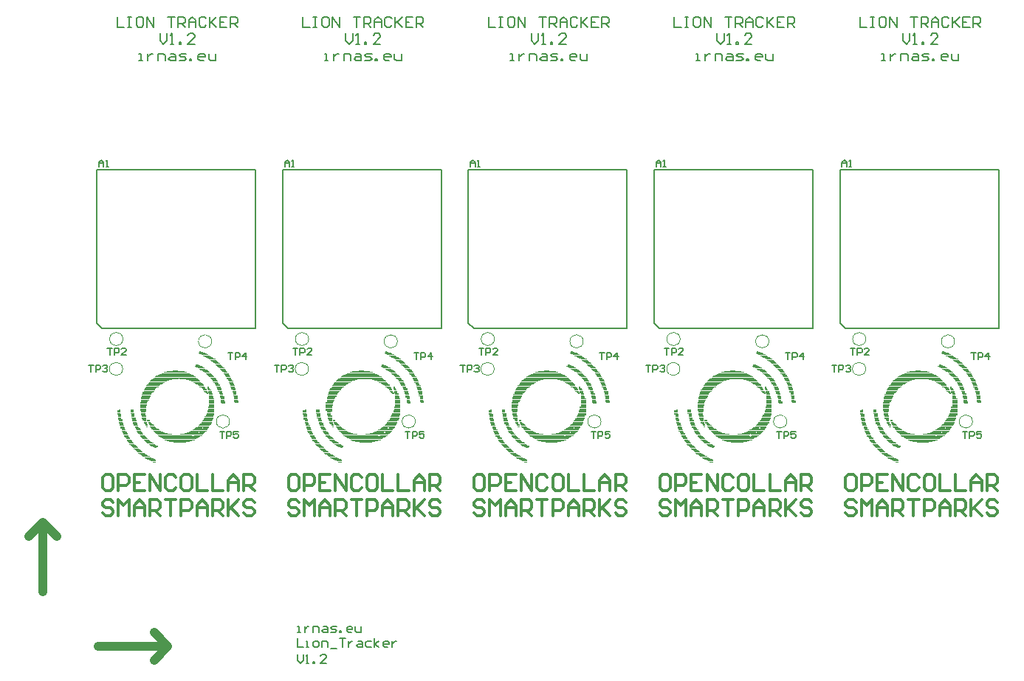
<source format=gto>
G04*
G04 #@! TF.GenerationSoftware,Altium Limited,Altium Designer,19.1.8 (144)*
G04*
G04 Layer_Color=65535*
%FSAX25Y25*%
%MOIN*%
G70*
G01*
G75*
%ADD13C,0.00787*%
%ADD14C,0.01181*%
%ADD19C,0.03937*%
%ADD72C,0.00394*%
%ADD73C,0.00400*%
%ADD74C,0.00402*%
%ADD75C,0.00591*%
D13*
X0135079Y0027070D02*
X0136391D01*
X0135735D01*
Y0029694D01*
X0135079D01*
X0138358D02*
Y0027070D01*
Y0028382D01*
X0139014Y0029038D01*
X0139670Y0029694D01*
X0140326D01*
X0142294Y0027070D02*
Y0029694D01*
X0144262D01*
X0144918Y0029038D01*
Y0027070D01*
X0146886Y0029694D02*
X0148198D01*
X0148854Y0029038D01*
Y0027070D01*
X0146886D01*
X0146230Y0027726D01*
X0146886Y0028382D01*
X0148854D01*
X0150166Y0027070D02*
X0152134D01*
X0152790Y0027726D01*
X0152134Y0028382D01*
X0150822D01*
X0150166Y0029038D01*
X0150822Y0029694D01*
X0152790D01*
X0154102Y0027070D02*
Y0027726D01*
X0154757D01*
Y0027070D01*
X0154102D01*
X0159349D02*
X0158037D01*
X0157381Y0027726D01*
Y0029038D01*
X0158037Y0029694D01*
X0159349D01*
X0160005Y0029038D01*
Y0028382D01*
X0157381D01*
X0161317Y0029694D02*
Y0027726D01*
X0161973Y0027070D01*
X0163941D01*
Y0029694D01*
X0135079Y0024393D02*
Y0020458D01*
X0137703D01*
X0139014D02*
X0140326D01*
X0139670D01*
Y0023081D01*
X0139014D01*
X0142950Y0020458D02*
X0144262D01*
X0144918Y0021113D01*
Y0022425D01*
X0144262Y0023081D01*
X0142950D01*
X0142294Y0022425D01*
Y0021113D01*
X0142950Y0020458D01*
X0146230D02*
Y0023081D01*
X0148198D01*
X0148854Y0022425D01*
Y0020458D01*
X0150166Y0019802D02*
X0152790D01*
X0154102Y0024393D02*
X0156725D01*
X0155413D01*
Y0020458D01*
X0158037Y0023081D02*
Y0020458D01*
Y0021769D01*
X0158693Y0022425D01*
X0159349Y0023081D01*
X0160005D01*
X0162629D02*
X0163941D01*
X0164597Y0022425D01*
Y0020458D01*
X0162629D01*
X0161973Y0021113D01*
X0162629Y0021769D01*
X0164597D01*
X0168533Y0023081D02*
X0166565D01*
X0165909Y0022425D01*
Y0021113D01*
X0166565Y0020458D01*
X0168533D01*
X0169844D02*
Y0024393D01*
Y0021769D02*
X0171812Y0023081D01*
X0169844Y0021769D02*
X0171812Y0020458D01*
X0175748D02*
X0174436D01*
X0173780Y0021113D01*
Y0022425D01*
X0174436Y0023081D01*
X0175748D01*
X0176404Y0022425D01*
Y0021769D01*
X0173780D01*
X0177716Y0023081D02*
Y0020458D01*
Y0021769D01*
X0178372Y0022425D01*
X0179028Y0023081D01*
X0179684D01*
X0135079Y0017125D02*
Y0014501D01*
X0136391Y0013189D01*
X0137703Y0014501D01*
Y0017125D01*
X0139014Y0013189D02*
X0140326D01*
X0139670D01*
Y0017125D01*
X0139014Y0016469D01*
X0142294Y0013189D02*
Y0013845D01*
X0142950D01*
Y0013189D01*
X0142294D01*
X0148198D02*
X0145574D01*
X0148198Y0015813D01*
Y0016469D01*
X0147542Y0017125D01*
X0146230D01*
X0145574Y0016469D01*
X0044625Y0235918D02*
X0116278D01*
Y0164264D02*
Y0235918D01*
X0044625Y0166627D02*
Y0235918D01*
Y0166627D02*
X0046987Y0164264D01*
X0116278D01*
X0053736Y0305178D02*
Y0300455D01*
X0056884D01*
X0058459Y0305178D02*
X0060033D01*
X0059246D01*
Y0300455D01*
X0058459D01*
X0060033D01*
X0064756Y0305178D02*
X0063181D01*
X0062394Y0304391D01*
Y0301243D01*
X0063181Y0300455D01*
X0064756D01*
X0065543Y0301243D01*
Y0304391D01*
X0064756Y0305178D01*
X0067117Y0300455D02*
Y0305178D01*
X0070266Y0300455D01*
Y0305178D01*
X0076563D02*
X0079712D01*
X0078137D01*
Y0300455D01*
X0081286D02*
Y0305178D01*
X0083647D01*
X0084434Y0304391D01*
Y0302817D01*
X0083647Y0302030D01*
X0081286D01*
X0082860D02*
X0084434Y0300455D01*
X0086009D02*
Y0303604D01*
X0087583Y0305178D01*
X0089157Y0303604D01*
Y0300455D01*
Y0302817D01*
X0086009D01*
X0093880Y0304391D02*
X0093093Y0305178D01*
X0091519D01*
X0090732Y0304391D01*
Y0301243D01*
X0091519Y0300455D01*
X0093093D01*
X0093880Y0301243D01*
X0095455Y0305178D02*
Y0300455D01*
Y0302030D01*
X0098603Y0305178D01*
X0096242Y0302817D01*
X0098603Y0300455D01*
X0103326Y0305178D02*
X0100177D01*
Y0300455D01*
X0103326D01*
X0100177Y0302817D02*
X0101752D01*
X0104900Y0300455D02*
Y0305178D01*
X0107262D01*
X0108049Y0304391D01*
Y0302817D01*
X0107262Y0302030D01*
X0104900D01*
X0106474D02*
X0108049Y0300455D01*
X0073021Y0297621D02*
Y0294473D01*
X0074595Y0292898D01*
X0076169Y0294473D01*
Y0297621D01*
X0077744Y0292898D02*
X0079318D01*
X0078531D01*
Y0297621D01*
X0077744Y0296834D01*
X0081679Y0292898D02*
Y0293685D01*
X0082467D01*
Y0292898D01*
X0081679D01*
X0088764D02*
X0085615D01*
X0088764Y0296047D01*
Y0296834D01*
X0087977Y0297621D01*
X0086402D01*
X0085615Y0296834D01*
X0063575Y0285341D02*
X0065149D01*
X0064362D01*
Y0288490D01*
X0063575D01*
X0067511D02*
Y0285341D01*
Y0286915D01*
X0068298Y0287702D01*
X0069085Y0288490D01*
X0069872D01*
X0072234Y0285341D02*
Y0288490D01*
X0074595D01*
X0075382Y0287702D01*
Y0285341D01*
X0077744Y0288490D02*
X0079318D01*
X0080105Y0287702D01*
Y0285341D01*
X0077744D01*
X0076956Y0286128D01*
X0077744Y0286915D01*
X0080105D01*
X0081679Y0285341D02*
X0084041D01*
X0084828Y0286128D01*
X0084041Y0286915D01*
X0082467D01*
X0081679Y0287702D01*
X0082467Y0288490D01*
X0084828D01*
X0086402Y0285341D02*
Y0286128D01*
X0087189D01*
Y0285341D01*
X0086402D01*
X0092699D02*
X0091125D01*
X0090338Y0286128D01*
Y0287702D01*
X0091125Y0288490D01*
X0092699D01*
X0093487Y0287702D01*
Y0286915D01*
X0090338D01*
X0095061Y0288490D02*
Y0286128D01*
X0095848Y0285341D01*
X0098210D01*
Y0288490D01*
X0128483Y0235918D02*
X0200137D01*
Y0164264D02*
Y0235918D01*
X0128483Y0166627D02*
Y0235918D01*
Y0166627D02*
X0130845Y0164264D01*
X0200137D01*
X0137594Y0305178D02*
Y0300455D01*
X0140743D01*
X0142317Y0305178D02*
X0143891D01*
X0143104D01*
Y0300455D01*
X0142317D01*
X0143891D01*
X0148614Y0305178D02*
X0147040D01*
X0146253Y0304391D01*
Y0301243D01*
X0147040Y0300455D01*
X0148614D01*
X0149401Y0301243D01*
Y0304391D01*
X0148614Y0305178D01*
X0150976Y0300455D02*
Y0305178D01*
X0154124Y0300455D01*
Y0305178D01*
X0160421D02*
X0163570D01*
X0161995D01*
Y0300455D01*
X0165144D02*
Y0305178D01*
X0167506D01*
X0168293Y0304391D01*
Y0302817D01*
X0167506Y0302030D01*
X0165144D01*
X0166718D02*
X0168293Y0300455D01*
X0169867D02*
Y0303604D01*
X0171441Y0305178D01*
X0173016Y0303604D01*
Y0300455D01*
Y0302817D01*
X0169867D01*
X0177738Y0304391D02*
X0176951Y0305178D01*
X0175377D01*
X0174590Y0304391D01*
Y0301243D01*
X0175377Y0300455D01*
X0176951D01*
X0177738Y0301243D01*
X0179313Y0305178D02*
Y0300455D01*
Y0302030D01*
X0182461Y0305178D01*
X0180100Y0302817D01*
X0182461Y0300455D01*
X0187184Y0305178D02*
X0184036D01*
Y0300455D01*
X0187184D01*
X0184036Y0302817D02*
X0185610D01*
X0188759Y0300455D02*
Y0305178D01*
X0191120D01*
X0191907Y0304391D01*
Y0302817D01*
X0191120Y0302030D01*
X0188759D01*
X0190333D02*
X0191907Y0300455D01*
X0156879Y0297621D02*
Y0294473D01*
X0158453Y0292898D01*
X0160028Y0294473D01*
Y0297621D01*
X0161602Y0292898D02*
X0163176D01*
X0162389D01*
Y0297621D01*
X0161602Y0296834D01*
X0165538Y0292898D02*
Y0293685D01*
X0166325D01*
Y0292898D01*
X0165538D01*
X0172622D02*
X0169473D01*
X0172622Y0296047D01*
Y0296834D01*
X0171835Y0297621D01*
X0170261D01*
X0169473Y0296834D01*
X0147433Y0285341D02*
X0149008D01*
X0148221D01*
Y0288490D01*
X0147433D01*
X0151369D02*
Y0285341D01*
Y0286915D01*
X0152156Y0287702D01*
X0152943Y0288490D01*
X0153730D01*
X0156092Y0285341D02*
Y0288490D01*
X0158453D01*
X0159240Y0287702D01*
Y0285341D01*
X0161602Y0288490D02*
X0163176D01*
X0163963Y0287702D01*
Y0285341D01*
X0161602D01*
X0160815Y0286128D01*
X0161602Y0286915D01*
X0163963D01*
X0165538Y0285341D02*
X0167899D01*
X0168686Y0286128D01*
X0167899Y0286915D01*
X0166325D01*
X0165538Y0287702D01*
X0166325Y0288490D01*
X0168686D01*
X0170261Y0285341D02*
Y0286128D01*
X0171048D01*
Y0285341D01*
X0170261D01*
X0176558D02*
X0174984D01*
X0174196Y0286128D01*
Y0287702D01*
X0174984Y0288490D01*
X0176558D01*
X0177345Y0287702D01*
Y0286915D01*
X0174196D01*
X0178919Y0288490D02*
Y0286128D01*
X0179706Y0285341D01*
X0182068D01*
Y0288490D01*
X0212341Y0235918D02*
X0283995D01*
Y0164264D02*
Y0235918D01*
X0212341Y0166627D02*
Y0235918D01*
Y0166627D02*
X0214704Y0164264D01*
X0283995D01*
X0221452Y0305178D02*
Y0300455D01*
X0224601D01*
X0226175Y0305178D02*
X0227749D01*
X0226962D01*
Y0300455D01*
X0226175D01*
X0227749D01*
X0232472Y0305178D02*
X0230898D01*
X0230111Y0304391D01*
Y0301243D01*
X0230898Y0300455D01*
X0232472D01*
X0233260Y0301243D01*
Y0304391D01*
X0232472Y0305178D01*
X0234834Y0300455D02*
Y0305178D01*
X0237982Y0300455D01*
Y0305178D01*
X0244280D02*
X0247428D01*
X0245854D01*
Y0300455D01*
X0249002D02*
Y0305178D01*
X0251364D01*
X0252151Y0304391D01*
Y0302817D01*
X0251364Y0302030D01*
X0249002D01*
X0250577D02*
X0252151Y0300455D01*
X0253725D02*
Y0303604D01*
X0255300Y0305178D01*
X0256874Y0303604D01*
Y0300455D01*
Y0302817D01*
X0253725D01*
X0261597Y0304391D02*
X0260810Y0305178D01*
X0259235D01*
X0258448Y0304391D01*
Y0301243D01*
X0259235Y0300455D01*
X0260810D01*
X0261597Y0301243D01*
X0263171Y0305178D02*
Y0300455D01*
Y0302030D01*
X0266320Y0305178D01*
X0263958Y0302817D01*
X0266320Y0300455D01*
X0271042Y0305178D02*
X0267894D01*
Y0300455D01*
X0271042D01*
X0267894Y0302817D02*
X0269468D01*
X0272617Y0300455D02*
Y0305178D01*
X0274978D01*
X0275765Y0304391D01*
Y0302817D01*
X0274978Y0302030D01*
X0272617D01*
X0274191D02*
X0275765Y0300455D01*
X0240737Y0297621D02*
Y0294473D01*
X0242312Y0292898D01*
X0243886Y0294473D01*
Y0297621D01*
X0245460Y0292898D02*
X0247035D01*
X0246247D01*
Y0297621D01*
X0245460Y0296834D01*
X0249396Y0292898D02*
Y0293685D01*
X0250183D01*
Y0292898D01*
X0249396D01*
X0256480D02*
X0253332D01*
X0256480Y0296047D01*
Y0296834D01*
X0255693Y0297621D01*
X0254119D01*
X0253332Y0296834D01*
X0231292Y0285341D02*
X0232866D01*
X0232079D01*
Y0288490D01*
X0231292D01*
X0235227D02*
Y0285341D01*
Y0286915D01*
X0236015Y0287702D01*
X0236802Y0288490D01*
X0237589D01*
X0239950Y0285341D02*
Y0288490D01*
X0242312D01*
X0243099Y0287702D01*
Y0285341D01*
X0245460Y0288490D02*
X0247035D01*
X0247822Y0287702D01*
Y0285341D01*
X0245460D01*
X0244673Y0286128D01*
X0245460Y0286915D01*
X0247822D01*
X0249396Y0285341D02*
X0251757D01*
X0252545Y0286128D01*
X0251757Y0286915D01*
X0250183D01*
X0249396Y0287702D01*
X0250183Y0288490D01*
X0252545D01*
X0254119Y0285341D02*
Y0286128D01*
X0254906D01*
Y0285341D01*
X0254119D01*
X0260416D02*
X0258842D01*
X0258055Y0286128D01*
Y0287702D01*
X0258842Y0288490D01*
X0260416D01*
X0261203Y0287702D01*
Y0286915D01*
X0258055D01*
X0262777Y0288490D02*
Y0286128D01*
X0263565Y0285341D01*
X0265926D01*
Y0288490D01*
X0296200Y0235918D02*
X0367853D01*
Y0164264D02*
Y0235918D01*
X0296200Y0166627D02*
Y0235918D01*
Y0166627D02*
X0298562Y0164264D01*
X0367853D01*
X0305311Y0305178D02*
Y0300455D01*
X0308459D01*
X0310033Y0305178D02*
X0311608D01*
X0310821D01*
Y0300455D01*
X0310033D01*
X0311608D01*
X0316331Y0305178D02*
X0314756D01*
X0313969Y0304391D01*
Y0301243D01*
X0314756Y0300455D01*
X0316331D01*
X0317118Y0301243D01*
Y0304391D01*
X0316331Y0305178D01*
X0318692Y0300455D02*
Y0305178D01*
X0321841Y0300455D01*
Y0305178D01*
X0328138D02*
X0331286D01*
X0329712D01*
Y0300455D01*
X0332861D02*
Y0305178D01*
X0335222D01*
X0336009Y0304391D01*
Y0302817D01*
X0335222Y0302030D01*
X0332861D01*
X0334435D02*
X0336009Y0300455D01*
X0337584D02*
Y0303604D01*
X0339158Y0305178D01*
X0340732Y0303604D01*
Y0300455D01*
Y0302817D01*
X0337584D01*
X0345455Y0304391D02*
X0344668Y0305178D01*
X0343094D01*
X0342306Y0304391D01*
Y0301243D01*
X0343094Y0300455D01*
X0344668D01*
X0345455Y0301243D01*
X0347029Y0305178D02*
Y0300455D01*
Y0302030D01*
X0350178Y0305178D01*
X0347816Y0302817D01*
X0350178Y0300455D01*
X0354901Y0305178D02*
X0351752D01*
Y0300455D01*
X0354901D01*
X0351752Y0302817D02*
X0353327D01*
X0356475Y0300455D02*
Y0305178D01*
X0358837D01*
X0359624Y0304391D01*
Y0302817D01*
X0358837Y0302030D01*
X0356475D01*
X0358049D02*
X0359624Y0300455D01*
X0324596Y0297621D02*
Y0294473D01*
X0326170Y0292898D01*
X0327744Y0294473D01*
Y0297621D01*
X0329319Y0292898D02*
X0330893D01*
X0330106D01*
Y0297621D01*
X0329319Y0296834D01*
X0333254Y0292898D02*
Y0293685D01*
X0334041D01*
Y0292898D01*
X0333254D01*
X0340339D02*
X0337190D01*
X0340339Y0296047D01*
Y0296834D01*
X0339551Y0297621D01*
X0337977D01*
X0337190Y0296834D01*
X0315150Y0285341D02*
X0316724D01*
X0315937D01*
Y0288490D01*
X0315150D01*
X0319086D02*
Y0285341D01*
Y0286915D01*
X0319873Y0287702D01*
X0320660Y0288490D01*
X0321447D01*
X0323809Y0285341D02*
Y0288490D01*
X0326170D01*
X0326957Y0287702D01*
Y0285341D01*
X0329319Y0288490D02*
X0330893D01*
X0331680Y0287702D01*
Y0285341D01*
X0329319D01*
X0328531Y0286128D01*
X0329319Y0286915D01*
X0331680D01*
X0333254Y0285341D02*
X0335616D01*
X0336403Y0286128D01*
X0335616Y0286915D01*
X0334041D01*
X0333254Y0287702D01*
X0334041Y0288490D01*
X0336403D01*
X0337977Y0285341D02*
Y0286128D01*
X0338764D01*
Y0285341D01*
X0337977D01*
X0344274D02*
X0342700D01*
X0341913Y0286128D01*
Y0287702D01*
X0342700Y0288490D01*
X0344274D01*
X0345061Y0287702D01*
Y0286915D01*
X0341913D01*
X0346636Y0288490D02*
Y0286128D01*
X0347423Y0285341D01*
X0349784D01*
Y0288490D01*
X0380058Y0235918D02*
X0451712D01*
Y0164264D02*
Y0235918D01*
X0380058Y0166627D02*
Y0235918D01*
Y0166627D02*
X0382420Y0164264D01*
X0451712D01*
X0389169Y0305178D02*
Y0300455D01*
X0392318D01*
X0393892Y0305178D02*
X0395466D01*
X0394679D01*
Y0300455D01*
X0393892D01*
X0395466D01*
X0400189Y0305178D02*
X0398615D01*
X0397828Y0304391D01*
Y0301243D01*
X0398615Y0300455D01*
X0400189D01*
X0400976Y0301243D01*
Y0304391D01*
X0400189Y0305178D01*
X0402550Y0300455D02*
Y0305178D01*
X0405699Y0300455D01*
Y0305178D01*
X0411996D02*
X0415145D01*
X0413570D01*
Y0300455D01*
X0416719D02*
Y0305178D01*
X0419080D01*
X0419868Y0304391D01*
Y0302817D01*
X0419080Y0302030D01*
X0416719D01*
X0418293D02*
X0419868Y0300455D01*
X0421442D02*
Y0303604D01*
X0423016Y0305178D01*
X0424590Y0303604D01*
Y0300455D01*
Y0302817D01*
X0421442D01*
X0429313Y0304391D02*
X0428526Y0305178D01*
X0426952D01*
X0426165Y0304391D01*
Y0301243D01*
X0426952Y0300455D01*
X0428526D01*
X0429313Y0301243D01*
X0430888Y0305178D02*
Y0300455D01*
Y0302030D01*
X0434036Y0305178D01*
X0431675Y0302817D01*
X0434036Y0300455D01*
X0438759Y0305178D02*
X0435610D01*
Y0300455D01*
X0438759D01*
X0435610Y0302817D02*
X0437185D01*
X0440333Y0300455D02*
Y0305178D01*
X0442695D01*
X0443482Y0304391D01*
Y0302817D01*
X0442695Y0302030D01*
X0440333D01*
X0441908D02*
X0443482Y0300455D01*
X0408454Y0297621D02*
Y0294473D01*
X0410028Y0292898D01*
X0411603Y0294473D01*
Y0297621D01*
X0413177Y0292898D02*
X0414751D01*
X0413964D01*
Y0297621D01*
X0413177Y0296834D01*
X0417113Y0292898D02*
Y0293685D01*
X0417900D01*
Y0292898D01*
X0417113D01*
X0424197D02*
X0421048D01*
X0424197Y0296047D01*
Y0296834D01*
X0423410Y0297621D01*
X0421836D01*
X0421048Y0296834D01*
X0399008Y0285341D02*
X0400583D01*
X0399795D01*
Y0288490D01*
X0399008D01*
X0402944D02*
Y0285341D01*
Y0286915D01*
X0403731Y0287702D01*
X0404518Y0288490D01*
X0405305D01*
X0407667Y0285341D02*
Y0288490D01*
X0410028D01*
X0410815Y0287702D01*
Y0285341D01*
X0413177Y0288490D02*
X0414751D01*
X0415538Y0287702D01*
Y0285341D01*
X0413177D01*
X0412390Y0286128D01*
X0413177Y0286915D01*
X0415538D01*
X0417113Y0285341D02*
X0419474D01*
X0420261Y0286128D01*
X0419474Y0286915D01*
X0417900D01*
X0417113Y0287702D01*
X0417900Y0288490D01*
X0420261D01*
X0421836Y0285341D02*
Y0286128D01*
X0422623D01*
Y0285341D01*
X0421836D01*
X0428133D02*
X0426558D01*
X0425771Y0286128D01*
Y0287702D01*
X0426558Y0288490D01*
X0428133D01*
X0428920Y0287702D01*
Y0286915D01*
X0425771D01*
X0430494Y0288490D02*
Y0286128D01*
X0431281Y0285341D01*
X0433643D01*
Y0288490D01*
D14*
X0050747Y0098263D02*
X0048386D01*
X0047205Y0097082D01*
Y0092359D01*
X0048386Y0091178D01*
X0050747D01*
X0051928Y0092359D01*
Y0097082D01*
X0050747Y0098263D01*
X0054289Y0091178D02*
Y0098263D01*
X0057831D01*
X0059012Y0097082D01*
Y0094721D01*
X0057831Y0093540D01*
X0054289D01*
X0066096Y0098263D02*
X0061374D01*
Y0091178D01*
X0066096D01*
X0061374Y0094721D02*
X0063735D01*
X0068458Y0091178D02*
Y0098263D01*
X0073181Y0091178D01*
Y0098263D01*
X0080265Y0097082D02*
X0079084Y0098263D01*
X0076723D01*
X0075542Y0097082D01*
Y0092359D01*
X0076723Y0091178D01*
X0079084D01*
X0080265Y0092359D01*
X0086169Y0098263D02*
X0083807D01*
X0082626Y0097082D01*
Y0092359D01*
X0083807Y0091178D01*
X0086169D01*
X0087349Y0092359D01*
Y0097082D01*
X0086169Y0098263D01*
X0089711D02*
Y0091178D01*
X0094434D01*
X0096795Y0098263D02*
Y0091178D01*
X0101518D01*
X0103879D02*
Y0095901D01*
X0106241Y0098263D01*
X0108602Y0095901D01*
Y0091178D01*
Y0094721D01*
X0103879D01*
X0110964Y0091178D02*
Y0098263D01*
X0114506D01*
X0115687Y0097082D01*
Y0094721D01*
X0114506Y0093540D01*
X0110964D01*
X0113325D02*
X0115687Y0091178D01*
X0051928Y0085746D02*
X0050747Y0086927D01*
X0048386D01*
X0047205Y0085746D01*
Y0084566D01*
X0048386Y0083385D01*
X0050747D01*
X0051928Y0082204D01*
Y0081023D01*
X0050747Y0079843D01*
X0048386D01*
X0047205Y0081023D01*
X0054289Y0079843D02*
Y0086927D01*
X0056651Y0084566D01*
X0059012Y0086927D01*
Y0079843D01*
X0061374D02*
Y0084566D01*
X0063735Y0086927D01*
X0066096Y0084566D01*
Y0079843D01*
Y0083385D01*
X0061374D01*
X0068458Y0079843D02*
Y0086927D01*
X0072000D01*
X0073181Y0085746D01*
Y0083385D01*
X0072000Y0082204D01*
X0068458D01*
X0070819D02*
X0073181Y0079843D01*
X0075542Y0086927D02*
X0080265D01*
X0077904D01*
Y0079843D01*
X0082626D02*
Y0086927D01*
X0086169D01*
X0087349Y0085746D01*
Y0083385D01*
X0086169Y0082204D01*
X0082626D01*
X0089711Y0079843D02*
Y0084566D01*
X0092072Y0086927D01*
X0094434Y0084566D01*
Y0079843D01*
Y0083385D01*
X0089711D01*
X0096795Y0079843D02*
Y0086927D01*
X0100337D01*
X0101518Y0085746D01*
Y0083385D01*
X0100337Y0082204D01*
X0096795D01*
X0099156D02*
X0101518Y0079843D01*
X0103879Y0086927D02*
Y0079843D01*
Y0082204D01*
X0108602Y0086927D01*
X0105060Y0083385D01*
X0108602Y0079843D01*
X0115687Y0085746D02*
X0114506Y0086927D01*
X0112144D01*
X0110964Y0085746D01*
Y0084566D01*
X0112144Y0083385D01*
X0114506D01*
X0115687Y0082204D01*
Y0081023D01*
X0114506Y0079843D01*
X0112144D01*
X0110964Y0081023D01*
X0134605Y0098263D02*
X0132244D01*
X0131063Y0097082D01*
Y0092359D01*
X0132244Y0091178D01*
X0134605D01*
X0135786Y0092359D01*
Y0097082D01*
X0134605Y0098263D01*
X0138147Y0091178D02*
Y0098263D01*
X0141690D01*
X0142870Y0097082D01*
Y0094721D01*
X0141690Y0093540D01*
X0138147D01*
X0149955Y0098263D02*
X0145232D01*
Y0091178D01*
X0149955D01*
X0145232Y0094721D02*
X0147593D01*
X0152316Y0091178D02*
Y0098263D01*
X0157039Y0091178D01*
Y0098263D01*
X0164123Y0097082D02*
X0162943Y0098263D01*
X0160581D01*
X0159400Y0097082D01*
Y0092359D01*
X0160581Y0091178D01*
X0162943D01*
X0164123Y0092359D01*
X0170027Y0098263D02*
X0167666D01*
X0166485Y0097082D01*
Y0092359D01*
X0167666Y0091178D01*
X0170027D01*
X0171208Y0092359D01*
Y0097082D01*
X0170027Y0098263D01*
X0173569D02*
Y0091178D01*
X0178292D01*
X0180653Y0098263D02*
Y0091178D01*
X0185376D01*
X0187738D02*
Y0095901D01*
X0190099Y0098263D01*
X0192461Y0095901D01*
Y0091178D01*
Y0094721D01*
X0187738D01*
X0194822Y0091178D02*
Y0098263D01*
X0198364D01*
X0199545Y0097082D01*
Y0094721D01*
X0198364Y0093540D01*
X0194822D01*
X0197184D02*
X0199545Y0091178D01*
X0135786Y0085746D02*
X0134605Y0086927D01*
X0132244D01*
X0131063Y0085746D01*
Y0084566D01*
X0132244Y0083385D01*
X0134605D01*
X0135786Y0082204D01*
Y0081023D01*
X0134605Y0079843D01*
X0132244D01*
X0131063Y0081023D01*
X0138147Y0079843D02*
Y0086927D01*
X0140509Y0084566D01*
X0142870Y0086927D01*
Y0079843D01*
X0145232D02*
Y0084566D01*
X0147593Y0086927D01*
X0149955Y0084566D01*
Y0079843D01*
Y0083385D01*
X0145232D01*
X0152316Y0079843D02*
Y0086927D01*
X0155858D01*
X0157039Y0085746D01*
Y0083385D01*
X0155858Y0082204D01*
X0152316D01*
X0154677D02*
X0157039Y0079843D01*
X0159400Y0086927D02*
X0164123D01*
X0161762D01*
Y0079843D01*
X0166485D02*
Y0086927D01*
X0170027D01*
X0171208Y0085746D01*
Y0083385D01*
X0170027Y0082204D01*
X0166485D01*
X0173569Y0079843D02*
Y0084566D01*
X0175931Y0086927D01*
X0178292Y0084566D01*
Y0079843D01*
Y0083385D01*
X0173569D01*
X0180653Y0079843D02*
Y0086927D01*
X0184195D01*
X0185376Y0085746D01*
Y0083385D01*
X0184195Y0082204D01*
X0180653D01*
X0183015D02*
X0185376Y0079843D01*
X0187738Y0086927D02*
Y0079843D01*
Y0082204D01*
X0192461Y0086927D01*
X0188918Y0083385D01*
X0192461Y0079843D01*
X0199545Y0085746D02*
X0198364Y0086927D01*
X0196003D01*
X0194822Y0085746D01*
Y0084566D01*
X0196003Y0083385D01*
X0198364D01*
X0199545Y0082204D01*
Y0081023D01*
X0198364Y0079843D01*
X0196003D01*
X0194822Y0081023D01*
X0218464Y0098263D02*
X0216102D01*
X0214921Y0097082D01*
Y0092359D01*
X0216102Y0091178D01*
X0218464D01*
X0219644Y0092359D01*
Y0097082D01*
X0218464Y0098263D01*
X0222006Y0091178D02*
Y0098263D01*
X0225548D01*
X0226729Y0097082D01*
Y0094721D01*
X0225548Y0093540D01*
X0222006D01*
X0233813Y0098263D02*
X0229090D01*
Y0091178D01*
X0233813D01*
X0229090Y0094721D02*
X0231452D01*
X0236174Y0091178D02*
Y0098263D01*
X0240897Y0091178D01*
Y0098263D01*
X0247982Y0097082D02*
X0246801Y0098263D01*
X0244439D01*
X0243259Y0097082D01*
Y0092359D01*
X0244439Y0091178D01*
X0246801D01*
X0247982Y0092359D01*
X0253885Y0098263D02*
X0251524D01*
X0250343Y0097082D01*
Y0092359D01*
X0251524Y0091178D01*
X0253885D01*
X0255066Y0092359D01*
Y0097082D01*
X0253885Y0098263D01*
X0257427D02*
Y0091178D01*
X0262150D01*
X0264512Y0098263D02*
Y0091178D01*
X0269235D01*
X0271596D02*
Y0095901D01*
X0273957Y0098263D01*
X0276319Y0095901D01*
Y0091178D01*
Y0094721D01*
X0271596D01*
X0278680Y0091178D02*
Y0098263D01*
X0282223D01*
X0283403Y0097082D01*
Y0094721D01*
X0282223Y0093540D01*
X0278680D01*
X0281042D02*
X0283403Y0091178D01*
X0219644Y0085746D02*
X0218464Y0086927D01*
X0216102D01*
X0214921Y0085746D01*
Y0084566D01*
X0216102Y0083385D01*
X0218464D01*
X0219644Y0082204D01*
Y0081023D01*
X0218464Y0079843D01*
X0216102D01*
X0214921Y0081023D01*
X0222006Y0079843D02*
Y0086927D01*
X0224367Y0084566D01*
X0226729Y0086927D01*
Y0079843D01*
X0229090D02*
Y0084566D01*
X0231452Y0086927D01*
X0233813Y0084566D01*
Y0079843D01*
Y0083385D01*
X0229090D01*
X0236174Y0079843D02*
Y0086927D01*
X0239717D01*
X0240897Y0085746D01*
Y0083385D01*
X0239717Y0082204D01*
X0236174D01*
X0238536D02*
X0240897Y0079843D01*
X0243259Y0086927D02*
X0247982D01*
X0245620D01*
Y0079843D01*
X0250343D02*
Y0086927D01*
X0253885D01*
X0255066Y0085746D01*
Y0083385D01*
X0253885Y0082204D01*
X0250343D01*
X0257427Y0079843D02*
Y0084566D01*
X0259789Y0086927D01*
X0262150Y0084566D01*
Y0079843D01*
Y0083385D01*
X0257427D01*
X0264512Y0079843D02*
Y0086927D01*
X0268054D01*
X0269235Y0085746D01*
Y0083385D01*
X0268054Y0082204D01*
X0264512D01*
X0266873D02*
X0269235Y0079843D01*
X0271596Y0086927D02*
Y0079843D01*
Y0082204D01*
X0276319Y0086927D01*
X0272777Y0083385D01*
X0276319Y0079843D01*
X0283403Y0085746D02*
X0282223Y0086927D01*
X0279861D01*
X0278680Y0085746D01*
Y0084566D01*
X0279861Y0083385D01*
X0282223D01*
X0283403Y0082204D01*
Y0081023D01*
X0282223Y0079843D01*
X0279861D01*
X0278680Y0081023D01*
X0302322Y0098263D02*
X0299960D01*
X0298780Y0097082D01*
Y0092359D01*
X0299960Y0091178D01*
X0302322D01*
X0303503Y0092359D01*
Y0097082D01*
X0302322Y0098263D01*
X0305864Y0091178D02*
Y0098263D01*
X0309406D01*
X0310587Y0097082D01*
Y0094721D01*
X0309406Y0093540D01*
X0305864D01*
X0317671Y0098263D02*
X0312948D01*
Y0091178D01*
X0317671D01*
X0312948Y0094721D02*
X0315310D01*
X0320033Y0091178D02*
Y0098263D01*
X0324756Y0091178D01*
Y0098263D01*
X0331840Y0097082D02*
X0330659Y0098263D01*
X0328298D01*
X0327117Y0097082D01*
Y0092359D01*
X0328298Y0091178D01*
X0330659D01*
X0331840Y0092359D01*
X0337743Y0098263D02*
X0335382D01*
X0334201Y0097082D01*
Y0092359D01*
X0335382Y0091178D01*
X0337743D01*
X0338924Y0092359D01*
Y0097082D01*
X0337743Y0098263D01*
X0341286D02*
Y0091178D01*
X0346008D01*
X0348370Y0098263D02*
Y0091178D01*
X0353093D01*
X0355454D02*
Y0095901D01*
X0357816Y0098263D01*
X0360177Y0095901D01*
Y0091178D01*
Y0094721D01*
X0355454D01*
X0362539Y0091178D02*
Y0098263D01*
X0366081D01*
X0367262Y0097082D01*
Y0094721D01*
X0366081Y0093540D01*
X0362539D01*
X0364900D02*
X0367262Y0091178D01*
X0303503Y0085746D02*
X0302322Y0086927D01*
X0299960D01*
X0298780Y0085746D01*
Y0084566D01*
X0299960Y0083385D01*
X0302322D01*
X0303503Y0082204D01*
Y0081023D01*
X0302322Y0079843D01*
X0299960D01*
X0298780Y0081023D01*
X0305864Y0079843D02*
Y0086927D01*
X0308225Y0084566D01*
X0310587Y0086927D01*
Y0079843D01*
X0312948D02*
Y0084566D01*
X0315310Y0086927D01*
X0317671Y0084566D01*
Y0079843D01*
Y0083385D01*
X0312948D01*
X0320033Y0079843D02*
Y0086927D01*
X0323575D01*
X0324756Y0085746D01*
Y0083385D01*
X0323575Y0082204D01*
X0320033D01*
X0322394D02*
X0324756Y0079843D01*
X0327117Y0086927D02*
X0331840D01*
X0329479D01*
Y0079843D01*
X0334201D02*
Y0086927D01*
X0337743D01*
X0338924Y0085746D01*
Y0083385D01*
X0337743Y0082204D01*
X0334201D01*
X0341286Y0079843D02*
Y0084566D01*
X0343647Y0086927D01*
X0346008Y0084566D01*
Y0079843D01*
Y0083385D01*
X0341286D01*
X0348370Y0079843D02*
Y0086927D01*
X0351912D01*
X0353093Y0085746D01*
Y0083385D01*
X0351912Y0082204D01*
X0348370D01*
X0350731D02*
X0353093Y0079843D01*
X0355454Y0086927D02*
Y0079843D01*
Y0082204D01*
X0360177Y0086927D01*
X0356635Y0083385D01*
X0360177Y0079843D01*
X0367262Y0085746D02*
X0366081Y0086927D01*
X0363719D01*
X0362539Y0085746D01*
Y0084566D01*
X0363719Y0083385D01*
X0366081D01*
X0367262Y0082204D01*
Y0081023D01*
X0366081Y0079843D01*
X0363719D01*
X0362539Y0081023D01*
X0386180Y0098263D02*
X0383819D01*
X0382638Y0097082D01*
Y0092359D01*
X0383819Y0091178D01*
X0386180D01*
X0387361Y0092359D01*
Y0097082D01*
X0386180Y0098263D01*
X0389722Y0091178D02*
Y0098263D01*
X0393265D01*
X0394445Y0097082D01*
Y0094721D01*
X0393265Y0093540D01*
X0389722D01*
X0401530Y0098263D02*
X0396807D01*
Y0091178D01*
X0401530D01*
X0396807Y0094721D02*
X0399168D01*
X0403891Y0091178D02*
Y0098263D01*
X0408614Y0091178D01*
Y0098263D01*
X0415698Y0097082D02*
X0414517Y0098263D01*
X0412156D01*
X0410975Y0097082D01*
Y0092359D01*
X0412156Y0091178D01*
X0414517D01*
X0415698Y0092359D01*
X0421602Y0098263D02*
X0419240D01*
X0418060Y0097082D01*
Y0092359D01*
X0419240Y0091178D01*
X0421602D01*
X0422783Y0092359D01*
Y0097082D01*
X0421602Y0098263D01*
X0425144D02*
Y0091178D01*
X0429867D01*
X0432228Y0098263D02*
Y0091178D01*
X0436951D01*
X0439313D02*
Y0095901D01*
X0441674Y0098263D01*
X0444035Y0095901D01*
Y0091178D01*
Y0094721D01*
X0439313D01*
X0446397Y0091178D02*
Y0098263D01*
X0449939D01*
X0451120Y0097082D01*
Y0094721D01*
X0449939Y0093540D01*
X0446397D01*
X0448758D02*
X0451120Y0091178D01*
X0387361Y0085746D02*
X0386180Y0086927D01*
X0383819D01*
X0382638Y0085746D01*
Y0084566D01*
X0383819Y0083385D01*
X0386180D01*
X0387361Y0082204D01*
Y0081023D01*
X0386180Y0079843D01*
X0383819D01*
X0382638Y0081023D01*
X0389722Y0079843D02*
Y0086927D01*
X0392084Y0084566D01*
X0394445Y0086927D01*
Y0079843D01*
X0396807D02*
Y0084566D01*
X0399168Y0086927D01*
X0401530Y0084566D01*
Y0079843D01*
Y0083385D01*
X0396807D01*
X0403891Y0079843D02*
Y0086927D01*
X0407433D01*
X0408614Y0085746D01*
Y0083385D01*
X0407433Y0082204D01*
X0403891D01*
X0406252D02*
X0408614Y0079843D01*
X0410975Y0086927D02*
X0415698D01*
X0413337D01*
Y0079843D01*
X0418060D02*
Y0086927D01*
X0421602D01*
X0422783Y0085746D01*
Y0083385D01*
X0421602Y0082204D01*
X0418060D01*
X0425144Y0079843D02*
Y0084566D01*
X0427505Y0086927D01*
X0429867Y0084566D01*
Y0079843D01*
Y0083385D01*
X0425144D01*
X0432228Y0079843D02*
Y0086927D01*
X0435770D01*
X0436951Y0085746D01*
Y0083385D01*
X0435770Y0082204D01*
X0432228D01*
X0434590D02*
X0436951Y0079843D01*
X0439313Y0086927D02*
Y0079843D01*
Y0082204D01*
X0444035Y0086927D01*
X0440493Y0083385D01*
X0444035Y0079843D01*
X0451120Y0085746D02*
X0449939Y0086927D01*
X0447578D01*
X0446397Y0085746D01*
Y0084566D01*
X0447578Y0083385D01*
X0449939D01*
X0451120Y0082204D01*
Y0081023D01*
X0449939Y0079843D01*
X0447578D01*
X0446397Y0081023D01*
D19*
X0045197Y0020669D02*
X0076653D01*
X0070354Y0014370D02*
X0076653Y0020669D01*
X0070354Y0026969D02*
X0076653Y0020669D01*
X0013819Y0070472D02*
X0020118Y0076772D01*
X0026417Y0070472D01*
X0020118Y0045315D02*
Y0076772D01*
D72*
X0104502Y0122323D02*
G03*
X0104502Y0122323I-0002993J0000000D01*
G01*
X0096418Y0158504D02*
G03*
X0096418Y0158504I-0002993J0000000D01*
G01*
X0056261Y0146063D02*
G03*
X0056261Y0146063I-0002993J0000000D01*
G01*
X0056340Y0159567D02*
G03*
X0056340Y0159567I-0002993J0000000D01*
G01*
X0188360Y0122323D02*
G03*
X0188360Y0122323I-0002993J0000000D01*
G01*
X0180277Y0158504D02*
G03*
X0180277Y0158504I-0002993J0000000D01*
G01*
X0140119Y0146063D02*
G03*
X0140119Y0146063I-0002993J0000000D01*
G01*
X0140198Y0159567D02*
G03*
X0140198Y0159567I-0002993J0000000D01*
G01*
X0272219Y0122323D02*
G03*
X0272219Y0122323I-0002993J0000000D01*
G01*
X0264135Y0158504D02*
G03*
X0264135Y0158504I-0002993J0000000D01*
G01*
X0223977Y0146063D02*
G03*
X0223977Y0146063I-0002993J0000000D01*
G01*
X0224056Y0159567D02*
G03*
X0224056Y0159567I-0002993J0000000D01*
G01*
X0356077Y0122323D02*
G03*
X0356077Y0122323I-0002993J0000000D01*
G01*
X0347993Y0158504D02*
G03*
X0347993Y0158504I-0002993J0000000D01*
G01*
X0307836Y0146063D02*
G03*
X0307836Y0146063I-0002993J0000000D01*
G01*
X0307914Y0159567D02*
G03*
X0307914Y0159567I-0002993J0000000D01*
G01*
X0439935Y0122323D02*
G03*
X0439935Y0122323I-0002993J0000000D01*
G01*
X0431851Y0158504D02*
G03*
X0431851Y0158504I-0002993J0000000D01*
G01*
X0391694Y0146063D02*
G03*
X0391694Y0146063I-0002993J0000000D01*
G01*
X0391773Y0159567D02*
G03*
X0391773Y0159567I-0002993J0000000D01*
G01*
D73*
X0057702Y0115002D02*
X0059302D01*
X0057702Y0114602D02*
X0059302D01*
X0058102Y0114202D02*
X0059702D01*
X0058102Y0113802D02*
X0060102D01*
X0058502Y0113402D02*
X0060102D01*
X0058902Y0113002D02*
X0060502D01*
X0054502Y0123002D02*
X0055702D01*
X0054502Y0122602D02*
X0055702D01*
X0054502Y0122202D02*
X0055702D01*
X0054502Y0121802D02*
X0056102D01*
X0054902Y0121402D02*
X0056102D01*
X0054902Y0121002D02*
X0056102D01*
X0054902Y0120602D02*
X0056502D01*
X0055302Y0120202D02*
X0056502D01*
X0055302Y0119802D02*
X0056902D01*
X0055302Y0119402D02*
X0056902D01*
X0055702Y0119002D02*
X0056902D01*
X0055702Y0118602D02*
X0057302D01*
X0055702Y0118202D02*
X0057302D01*
X0056102Y0117802D02*
X0057702D01*
X0056102Y0117402D02*
X0057702D01*
X0056502Y0117002D02*
X0058102D01*
X0056502Y0116602D02*
X0058102D01*
X0056902Y0116202D02*
X0058502D01*
X0056902Y0115802D02*
X0058502D01*
X0054502Y0127802D02*
X0054902D01*
X0053702Y0127402D02*
X0054902D01*
X0053702Y0127002D02*
X0054902D01*
X0053702Y0126602D02*
X0054902D01*
X0053702Y0126202D02*
X0054902D01*
X0053702Y0125802D02*
X0055302D01*
X0054102Y0125402D02*
X0055302D01*
X0054102Y0125002D02*
X0055302D01*
X0054102Y0124602D02*
X0055302D01*
X0054102Y0124202D02*
X0055302D01*
X0054102Y0123802D02*
X0055302D01*
X0064902Y0107002D02*
X0067302D01*
X0065302Y0106602D02*
X0068102D01*
X0064902Y0115002D02*
X0066902D01*
X0065302Y0114602D02*
X0067302D01*
X0065702Y0114202D02*
X0067702D01*
X0066102Y0113802D02*
X0068102D01*
X0066502Y0113402D02*
X0068502D01*
X0061302Y0110202D02*
X0063302D01*
X0061702Y0109802D02*
X0063702D01*
X0062102Y0109402D02*
X0064102D01*
X0062502Y0109002D02*
X0064502D01*
X0062902Y0108602D02*
X0064902D01*
X0063302Y0108202D02*
X0065702D01*
X0063702Y0107802D02*
X0066102D01*
X0065302Y0123002D02*
X0066502D01*
X0067302D02*
X0068102D01*
X0065702Y0122602D02*
X0066502D01*
X0067302D02*
X0068102D01*
X0065702Y0122202D02*
X0066902D01*
X0067702D02*
X0068502D01*
X0065702Y0121802D02*
X0066902D01*
X0066102Y0121402D02*
X0066902D01*
X0061302Y0121002D02*
X0062502D01*
X0066502D02*
X0067302D01*
X0061302Y0120602D02*
X0062902D01*
X0066502D02*
X0067302D01*
X0061702Y0120202D02*
X0062902D01*
X0066902D02*
X0067302D01*
X0061702Y0119802D02*
X0063302D01*
X0062102Y0119402D02*
X0063702D01*
X0062102Y0119002D02*
X0063702D01*
X0062502Y0118602D02*
X0064102D01*
X0062502Y0118202D02*
X0064102D01*
X0062902Y0117802D02*
X0064502D01*
X0062902Y0117402D02*
X0064902D01*
X0063302Y0117002D02*
X0064902D01*
X0063702Y0116602D02*
X0065302D01*
X0064102Y0116202D02*
X0065702D01*
X0064102Y0115802D02*
X0066102D01*
X0064102Y0131002D02*
X0066902D01*
X0064102Y0130602D02*
X0066902D01*
X0064102Y0130202D02*
X0066902D01*
X0064102Y0129802D02*
X0066902D01*
X0064102Y0129402D02*
X0066502D01*
X0064102Y0129002D02*
X0066502D01*
X0064102Y0128602D02*
X0066502D01*
X0064102Y0128202D02*
X0066502D01*
X0064102Y0127802D02*
X0066502D01*
X0064102Y0127402D02*
X0066502D01*
X0064502Y0127002D02*
X0066502D01*
X0064502Y0126602D02*
X0066102D01*
X0064502Y0126202D02*
X0066102D01*
X0064502Y0125802D02*
X0066102D01*
X0064502Y0125402D02*
X0066102D01*
X0064902Y0125002D02*
X0066502D01*
X0064902Y0124602D02*
X0066502D01*
X0064902Y0124202D02*
X0066502D01*
X0064902Y0123802D02*
X0066502D01*
X0064902Y0134202D02*
X0068502D01*
X0064902Y0133802D02*
X0068502D01*
X0064502Y0133402D02*
X0068102D01*
X0064502Y0133002D02*
X0068102D01*
X0064502Y0132602D02*
X0067702D01*
X0064502Y0132202D02*
X0067702D01*
X0064502Y0131802D02*
X0067302D01*
X0069702Y0104202D02*
X0070902D01*
X0069702Y0111002D02*
X0071702D01*
X0070502Y0110602D02*
X0071302D01*
X0069302Y0119402D02*
X0071302D01*
X0069302Y0119002D02*
X0072102D01*
X0069702Y0118602D02*
X0072502D01*
X0070102Y0118202D02*
X0073302D01*
X0070502Y0117802D02*
X0074102D01*
X0070902Y0117402D02*
X0074902D01*
X0071302Y0117002D02*
X0076102D01*
X0079302Y0113002D02*
X0084502D01*
X0089302Y0119802D02*
X0091702D01*
X0088902Y0119402D02*
X0091702D01*
X0086102Y0117802D02*
X0090102D01*
X0085302Y0117402D02*
X0090102D01*
X0088102Y0116602D02*
X0092102D01*
X0088502Y0116202D02*
X0091702D01*
X0088102Y0115802D02*
X0090902D01*
X0090102Y0139002D02*
X0092502D01*
X0090502Y0138602D02*
X0092502D01*
X0089302Y0147002D02*
X0092102D01*
X0086102Y0141002D02*
X0090502D01*
X0087302Y0140602D02*
X0090902D01*
X0088102Y0140202D02*
X0091302D01*
X0088902Y0139802D02*
X0091702D01*
X0090902Y0154202D02*
X0091302D01*
X0090902Y0153802D02*
X0092102D01*
X0089302Y0148202D02*
X0090102D01*
X0089302Y0147802D02*
X0090902D01*
X0095302Y0131002D02*
X0097302D01*
X0095302Y0130602D02*
X0097302D01*
X0095302Y0130202D02*
X0097302D01*
X0095302Y0129802D02*
X0097302D01*
X0095302Y0129402D02*
X0097302D01*
X0094902Y0129002D02*
X0097302D01*
X0094902Y0128602D02*
X0097302D01*
X0094902Y0128202D02*
X0097302D01*
X0094902Y0127802D02*
X0097302D01*
X0094502Y0127402D02*
X0097302D01*
X0094502Y0127002D02*
X0097302D01*
X0094502Y0126602D02*
X0097302D01*
X0094102Y0126202D02*
X0097302D01*
X0094102Y0125802D02*
X0097302D01*
X0093702Y0125402D02*
X0097302D01*
X0093702Y0125002D02*
X0096902D01*
X0093302Y0124602D02*
X0096902D01*
X0093302Y0124202D02*
X0096902D01*
X0098102Y0139002D02*
X0099702D01*
X0098102Y0138602D02*
X0099702D01*
X0094502Y0138202D02*
X0094902D01*
X0098502D02*
X0100102D01*
X0094502Y0137802D02*
X0094902D01*
X0098902D02*
X0100102D01*
X0094502Y0137402D02*
X0095302D01*
X0098902D02*
X0100502D01*
X0094502Y0137002D02*
X0095302D01*
X0098902D02*
X0100502D01*
X0094902Y0136602D02*
X0095702D01*
X0099302D02*
X0100502D01*
X0094902Y0136202D02*
X0096102D01*
X0093302Y0135802D02*
X0094102D01*
X0094902D02*
X0096102D01*
X0093702Y0135402D02*
X0094502D01*
X0094902D02*
X0096102D01*
X0094102Y0135002D02*
X0094502D01*
X0095302D02*
X0096502D01*
X0095302Y0134602D02*
X0096502D01*
X0095302Y0134202D02*
X0096502D01*
X0095302Y0133802D02*
X0096902D01*
X0095302Y0133402D02*
X0096902D01*
X0095302Y0133002D02*
X0096902D01*
X0095302Y0132602D02*
X0097302D01*
X0095302Y0132202D02*
X0097302D01*
X0095302Y0131802D02*
X0097302D01*
X0093302Y0144602D02*
X0095302D01*
X0093702Y0144202D02*
X0095702D01*
X0094102Y0143802D02*
X0096102D01*
X0094502Y0143402D02*
X0096502D01*
X0094902Y0143002D02*
X0096902D01*
X0095302Y0142602D02*
X0097302D01*
X0095702Y0142202D02*
X0097702D01*
X0096102Y0141802D02*
X0098102D01*
X0096502Y0141402D02*
X0098102D01*
X0096902Y0141002D02*
X0098502D01*
X0096902Y0140602D02*
X0098902D01*
X0097302Y0140202D02*
X0098902D01*
X0097702Y0139802D02*
X0099302D01*
X0093302Y0151802D02*
X0095702D01*
X0093702Y0151402D02*
X0096502D01*
X0094502Y0151002D02*
X0096902D01*
X0095302Y0150602D02*
X0097702D01*
X0095702Y0150202D02*
X0098102D01*
X0096102Y0149802D02*
X0098502D01*
X0096902Y0149402D02*
X0098902D01*
X0097302Y0149002D02*
X0099302D01*
X0097702Y0148602D02*
X0099702D01*
X0098102Y0148202D02*
X0100102D01*
X0098502Y0147802D02*
X0100502D01*
X0106902Y0131002D02*
X0108102D01*
X0104902Y0139002D02*
X0106102D01*
X0104902Y0138602D02*
X0106502D01*
X0104902Y0138202D02*
X0106502D01*
X0105302Y0137802D02*
X0106502D01*
X0105302Y0137402D02*
X0106902D01*
X0105302Y0137002D02*
X0106902D01*
X0105702Y0136602D02*
X0106902D01*
X0105702Y0136202D02*
X0107302D01*
X0105702Y0135802D02*
X0107302D01*
X0106102Y0135402D02*
X0107302D01*
X0106102Y0135002D02*
X0107302D01*
X0106102Y0134602D02*
X0107302D01*
X0106102Y0134202D02*
X0107702D01*
X0106502Y0133802D02*
X0107702D01*
X0106502Y0133402D02*
X0107702D01*
X0106502Y0133002D02*
X0107702D01*
X0106502Y0132602D02*
X0107702D01*
X0106502Y0132202D02*
X0107702D01*
X0106502Y0131802D02*
X0108102D01*
X0101302Y0145002D02*
X0102902D01*
X0101702Y0144602D02*
X0103302D01*
X0101702Y0144202D02*
X0103702D01*
X0102102Y0143802D02*
X0103702D01*
X0102502Y0143402D02*
X0104102D01*
X0102502Y0143002D02*
X0104102D01*
X0102902Y0142602D02*
X0104502D01*
X0103302Y0142202D02*
X0104902D01*
X0103302Y0141802D02*
X0104902D01*
X0103702Y0141402D02*
X0105302D01*
X0103702Y0141002D02*
X0105302D01*
X0104102Y0140602D02*
X0105702D01*
X0104102Y0140202D02*
X0105702D01*
X0104502Y0139802D02*
X0105702D01*
X0057302Y0115402D02*
X0058902D01*
X0054102Y0123402D02*
X0055702D01*
X0064502Y0115402D02*
X0066502D01*
X0064502Y0107402D02*
X0066902D01*
X0064502Y0131402D02*
X0067302D01*
X0065302Y0123402D02*
X0066502D01*
X0088902Y0147402D02*
X0091702D01*
X0089302Y0139402D02*
X0092102D01*
X0097702D02*
X0099302D01*
X0095302Y0131402D02*
X0097302D01*
X0104502Y0139402D02*
X0106102D01*
X0106502Y0131402D02*
X0108102D01*
X0066102Y0106202D02*
X0068902D01*
X0066502Y0105802D02*
X0069702D01*
X0067302Y0105402D02*
X0070502D01*
X0068102Y0105002D02*
X0070902D01*
X0068902Y0104602D02*
X0070902D01*
X0066902Y0113002D02*
X0069302D01*
X0059302Y0112602D02*
X0060902D01*
X0067302D02*
X0069702D01*
X0059302Y0112202D02*
X0061302D01*
X0068102D02*
X0070502D01*
X0059702Y0111802D02*
X0061702D01*
X0068502D02*
X0070902D01*
X0060102Y0111402D02*
X0062102D01*
X0068902D02*
X0071702D01*
X0060502Y0111002D02*
X0062502D01*
X0060902Y0110602D02*
X0062902D01*
X0060502Y0123002D02*
X0062102D01*
X0060502Y0122602D02*
X0062102D01*
X0060902Y0122202D02*
X0062102D01*
X0060902Y0121802D02*
X0062502D01*
X0067702D02*
X0068902D01*
X0060902Y0121402D02*
X0062502D01*
X0068102D02*
X0069302D01*
X0068102Y0121002D02*
X0069702D01*
X0068502Y0120602D02*
X0070102D01*
X0068502Y0120202D02*
X0070502D01*
X0068902Y0119802D02*
X0070902D01*
X0059702Y0127802D02*
X0060902D01*
X0059702Y0127402D02*
X0060902D01*
X0059702Y0127002D02*
X0060902D01*
X0059702Y0126602D02*
X0060902D01*
X0059702Y0126202D02*
X0061302D01*
X0060102Y0125802D02*
X0061302D01*
X0060102Y0125402D02*
X0061302D01*
X0060102Y0125002D02*
X0061302D01*
X0060102Y0124602D02*
X0061302D01*
X0060102Y0124202D02*
X0061702D01*
X0060502Y0123802D02*
X0061702D01*
X0066902Y0138602D02*
X0072502D01*
X0066902Y0138202D02*
X0072102D01*
X0066502Y0137802D02*
X0071302D01*
X0066102Y0137402D02*
X0070902D01*
X0066102Y0137002D02*
X0070502D01*
X0065702Y0136602D02*
X0070502D01*
X0065702Y0136202D02*
X0070102D01*
X0065302Y0135802D02*
X0069702D01*
X0065302Y0135402D02*
X0069302D01*
X0065302Y0135002D02*
X0068902D01*
X0064902Y0134602D02*
X0068902D01*
X0073702Y0115002D02*
X0089702D01*
X0074502Y0114602D02*
X0089302D01*
X0075302Y0114202D02*
X0088502D01*
X0076102Y0113802D02*
X0087302D01*
X0077302Y0113402D02*
X0086102D01*
X0092502Y0123002D02*
X0096502D01*
X0092102Y0122602D02*
X0096102D01*
X0091702Y0122202D02*
X0096102D01*
X0091702Y0121802D02*
X0096102D01*
X0091302Y0121402D02*
X0095702D01*
X0090902Y0121002D02*
X0095702D01*
X0090502Y0120602D02*
X0095302D01*
X0090102Y0120202D02*
X0094902D01*
X0092502Y0119802D02*
X0094902D01*
X0092502Y0119402D02*
X0094502D01*
X0088502Y0119002D02*
X0094102D01*
X0087702Y0118602D02*
X0094102D01*
X0086902Y0118202D02*
X0093702D01*
X0090902Y0117802D02*
X0093302D01*
X0090902Y0117402D02*
X0092902D01*
X0084102Y0117002D02*
X0092502D01*
X0082102Y0116602D02*
X0087702D01*
X0100502Y0131002D02*
X0102102D01*
X0100902Y0130602D02*
X0102102D01*
X0092902Y0123802D02*
X0096902D01*
X0090902Y0138202D02*
X0092902D01*
X0091702Y0137802D02*
X0093302D01*
X0092102Y0137402D02*
X0093302D01*
X0092502Y0137002D02*
X0093702D01*
X0092502Y0136602D02*
X0093702D01*
X0092902Y0136202D02*
X0094102D01*
X0099302D02*
X0100902D01*
X0099702Y0135802D02*
X0100902D01*
X0099702Y0135402D02*
X0100902D01*
X0099702Y0135002D02*
X0101302D01*
X0100102Y0134602D02*
X0101302D01*
X0100102Y0134202D02*
X0101302D01*
X0100102Y0133802D02*
X0101702D01*
X0100102Y0133402D02*
X0101702D01*
X0100502Y0133002D02*
X0101702D01*
X0100502Y0132602D02*
X0101702D01*
X0100502Y0132202D02*
X0101702D01*
X0100502Y0131802D02*
X0101702D01*
X0099302Y0147002D02*
X0101302D01*
X0090102Y0146602D02*
X0092902D01*
X0099702D02*
X0101702D01*
X0090902Y0146202D02*
X0093302D01*
X0100102D02*
X0102102D01*
X0091302Y0145802D02*
X0094102D01*
X0100502D02*
X0102502D01*
X0092102Y0145402D02*
X0094502D01*
X0100902D02*
X0102502D01*
X0076102Y0145002D02*
X0083702D01*
X0092502D02*
X0094902D01*
X0074902Y0144602D02*
X0084902D01*
X0073702Y0144202D02*
X0086102D01*
X0081702Y0141802D02*
X0089702D01*
X0084902Y0141402D02*
X0090102D01*
X0090502Y0153402D02*
X0093302D01*
X0090902Y0153002D02*
X0093702D01*
X0091702Y0152602D02*
X0094502D01*
X0092502Y0152202D02*
X0095302D01*
X0060502Y0123402D02*
X0061702D01*
X0073302Y0115402D02*
X0090502D01*
X0098902Y0147402D02*
X0100902D01*
X0100502Y0131402D02*
X0102102D01*
X0092902Y0123402D02*
X0096502D01*
X0071702Y0116602D02*
X0078102D01*
X0072102Y0116202D02*
X0087302D01*
X0072502Y0115802D02*
X0087702D01*
X0067302Y0139002D02*
X0072902D01*
Y0143802D02*
X0086902D01*
X0072102Y0143402D02*
X0087702D01*
X0071302Y0143002D02*
X0088102D01*
X0069702Y0141802D02*
X0081302D01*
X0069302Y0141402D02*
X0078102D01*
X0068902Y0141002D02*
X0076902D01*
X0068502Y0140602D02*
X0075702D01*
X0068102Y0140202D02*
X0074902D01*
X0067702Y0139802D02*
X0074102D01*
X0067702Y0139402D02*
X0073702D01*
X0070902Y0142602D02*
X0088902D01*
X0070502Y0142202D02*
X0089302D01*
X0141560Y0115002D02*
X0143160D01*
X0141560Y0114602D02*
X0143160D01*
X0141960Y0114202D02*
X0143560D01*
X0141960Y0113802D02*
X0143960D01*
X0142360Y0113402D02*
X0143960D01*
X0142760Y0113002D02*
X0144360D01*
X0138360Y0123002D02*
X0139560D01*
X0138360Y0122602D02*
X0139560D01*
X0138360Y0122202D02*
X0139560D01*
X0138360Y0121802D02*
X0139960D01*
X0138760Y0121402D02*
X0139960D01*
X0138760Y0121002D02*
X0139960D01*
X0138760Y0120602D02*
X0140360D01*
X0139160Y0120202D02*
X0140360D01*
X0139160Y0119802D02*
X0140760D01*
X0139160Y0119402D02*
X0140760D01*
X0139560Y0119002D02*
X0140760D01*
X0139560Y0118602D02*
X0141160D01*
X0139560Y0118202D02*
X0141160D01*
X0139960Y0117802D02*
X0141560D01*
X0139960Y0117402D02*
X0141560D01*
X0140360Y0117002D02*
X0141960D01*
X0140360Y0116602D02*
X0141960D01*
X0140760Y0116202D02*
X0142360D01*
X0140760Y0115802D02*
X0142360D01*
X0138360Y0127802D02*
X0138760D01*
X0137560Y0127402D02*
X0138760D01*
X0137560Y0127002D02*
X0138760D01*
X0137560Y0126602D02*
X0138760D01*
X0137560Y0126202D02*
X0138760D01*
X0137560Y0125802D02*
X0139160D01*
X0137960Y0125402D02*
X0139160D01*
X0137960Y0125002D02*
X0139160D01*
X0137960Y0124602D02*
X0139160D01*
X0137960Y0124202D02*
X0139160D01*
X0137960Y0123802D02*
X0139160D01*
X0148760Y0107002D02*
X0151160D01*
X0149160Y0106602D02*
X0151960D01*
X0148760Y0115002D02*
X0150760D01*
X0149160Y0114602D02*
X0151160D01*
X0149560Y0114202D02*
X0151560D01*
X0149960Y0113802D02*
X0151960D01*
X0150360Y0113402D02*
X0152360D01*
X0145160Y0110202D02*
X0147160D01*
X0145560Y0109802D02*
X0147560D01*
X0145960Y0109402D02*
X0147960D01*
X0146360Y0109002D02*
X0148360D01*
X0146760Y0108602D02*
X0148760D01*
X0147160Y0108202D02*
X0149560D01*
X0147560Y0107802D02*
X0149960D01*
X0149160Y0123002D02*
X0150360D01*
X0151160D02*
X0151960D01*
X0149560Y0122602D02*
X0150360D01*
X0151160D02*
X0151960D01*
X0149560Y0122202D02*
X0150760D01*
X0151560D02*
X0152360D01*
X0149560Y0121802D02*
X0150760D01*
X0149960Y0121402D02*
X0150760D01*
X0145160Y0121002D02*
X0146360D01*
X0150360D02*
X0151160D01*
X0145160Y0120602D02*
X0146760D01*
X0150360D02*
X0151160D01*
X0145560Y0120202D02*
X0146760D01*
X0150760D02*
X0151160D01*
X0145560Y0119802D02*
X0147160D01*
X0145960Y0119402D02*
X0147560D01*
X0145960Y0119002D02*
X0147560D01*
X0146360Y0118602D02*
X0147960D01*
X0146360Y0118202D02*
X0147960D01*
X0146760Y0117802D02*
X0148360D01*
X0146760Y0117402D02*
X0148760D01*
X0147160Y0117002D02*
X0148760D01*
X0147560Y0116602D02*
X0149160D01*
X0147960Y0116202D02*
X0149560D01*
X0147960Y0115802D02*
X0149960D01*
X0147960Y0131002D02*
X0150760D01*
X0147960Y0130602D02*
X0150760D01*
X0147960Y0130202D02*
X0150760D01*
X0147960Y0129802D02*
X0150760D01*
X0147960Y0129402D02*
X0150360D01*
X0147960Y0129002D02*
X0150360D01*
X0147960Y0128602D02*
X0150360D01*
X0147960Y0128202D02*
X0150360D01*
X0147960Y0127802D02*
X0150360D01*
X0147960Y0127402D02*
X0150360D01*
X0148360Y0127002D02*
X0150360D01*
X0148360Y0126602D02*
X0149960D01*
X0148360Y0126202D02*
X0149960D01*
X0148360Y0125802D02*
X0149960D01*
X0148360Y0125402D02*
X0149960D01*
X0148760Y0125002D02*
X0150360D01*
X0148760Y0124602D02*
X0150360D01*
X0148760Y0124202D02*
X0150360D01*
X0148760Y0123802D02*
X0150360D01*
X0148760Y0134202D02*
X0152360D01*
X0148760Y0133802D02*
X0152360D01*
X0148360Y0133402D02*
X0151960D01*
X0148360Y0133002D02*
X0151960D01*
X0148360Y0132602D02*
X0151560D01*
X0148360Y0132202D02*
X0151560D01*
X0148360Y0131802D02*
X0151160D01*
X0153560Y0104202D02*
X0154760D01*
X0153560Y0111002D02*
X0155560D01*
X0154360Y0110602D02*
X0155160D01*
X0153160Y0119402D02*
X0155160D01*
X0153160Y0119002D02*
X0155960D01*
X0153560Y0118602D02*
X0156360D01*
X0153960Y0118202D02*
X0157160D01*
X0154360Y0117802D02*
X0157960D01*
X0154760Y0117402D02*
X0158760D01*
X0155160Y0117002D02*
X0159960D01*
X0163160Y0113002D02*
X0168360D01*
X0173160Y0119802D02*
X0175560D01*
X0172760Y0119402D02*
X0175560D01*
X0169960Y0117802D02*
X0173960D01*
X0169160Y0117402D02*
X0173960D01*
X0171960Y0116602D02*
X0175960D01*
X0172360Y0116202D02*
X0175560D01*
X0171960Y0115802D02*
X0174760D01*
X0173960Y0139002D02*
X0176360D01*
X0174360Y0138602D02*
X0176360D01*
X0173160Y0147002D02*
X0175960D01*
X0169960Y0141002D02*
X0174360D01*
X0171160Y0140602D02*
X0174760D01*
X0171960Y0140202D02*
X0175160D01*
X0172760Y0139802D02*
X0175560D01*
X0174760Y0154202D02*
X0175160D01*
X0174760Y0153802D02*
X0175960D01*
X0173160Y0148202D02*
X0173960D01*
X0173160Y0147802D02*
X0174760D01*
X0179160Y0131002D02*
X0181160D01*
X0179160Y0130602D02*
X0181160D01*
X0179160Y0130202D02*
X0181160D01*
X0179160Y0129802D02*
X0181160D01*
X0179160Y0129402D02*
X0181160D01*
X0178760Y0129002D02*
X0181160D01*
X0178760Y0128602D02*
X0181160D01*
X0178760Y0128202D02*
X0181160D01*
X0178760Y0127802D02*
X0181160D01*
X0178360Y0127402D02*
X0181160D01*
X0178360Y0127002D02*
X0181160D01*
X0178360Y0126602D02*
X0181160D01*
X0177960Y0126202D02*
X0181160D01*
X0177960Y0125802D02*
X0181160D01*
X0177560Y0125402D02*
X0181160D01*
X0177560Y0125002D02*
X0180760D01*
X0177160Y0124602D02*
X0180760D01*
X0177160Y0124202D02*
X0180760D01*
X0181960Y0139002D02*
X0183560D01*
X0181960Y0138602D02*
X0183560D01*
X0178360Y0138202D02*
X0178760D01*
X0182360D02*
X0183960D01*
X0178360Y0137802D02*
X0178760D01*
X0182760D02*
X0183960D01*
X0178360Y0137402D02*
X0179160D01*
X0182760D02*
X0184360D01*
X0178360Y0137002D02*
X0179160D01*
X0182760D02*
X0184360D01*
X0178760Y0136602D02*
X0179560D01*
X0183160D02*
X0184360D01*
X0178760Y0136202D02*
X0179960D01*
X0177160Y0135802D02*
X0177960D01*
X0178760D02*
X0179960D01*
X0177560Y0135402D02*
X0178360D01*
X0178760D02*
X0179960D01*
X0177960Y0135002D02*
X0178360D01*
X0179160D02*
X0180360D01*
X0179160Y0134602D02*
X0180360D01*
X0179160Y0134202D02*
X0180360D01*
X0179160Y0133802D02*
X0180760D01*
X0179160Y0133402D02*
X0180760D01*
X0179160Y0133002D02*
X0180760D01*
X0179160Y0132602D02*
X0181160D01*
X0179160Y0132202D02*
X0181160D01*
X0179160Y0131802D02*
X0181160D01*
X0177160Y0144602D02*
X0179160D01*
X0177560Y0144202D02*
X0179560D01*
X0177960Y0143802D02*
X0179960D01*
X0178360Y0143402D02*
X0180360D01*
X0178760Y0143002D02*
X0180760D01*
X0179160Y0142602D02*
X0181160D01*
X0179560Y0142202D02*
X0181560D01*
X0179960Y0141802D02*
X0181960D01*
X0180360Y0141402D02*
X0181960D01*
X0180760Y0141002D02*
X0182360D01*
X0180760Y0140602D02*
X0182760D01*
X0181160Y0140202D02*
X0182760D01*
X0181560Y0139802D02*
X0183160D01*
X0177160Y0151802D02*
X0179560D01*
X0177560Y0151402D02*
X0180360D01*
X0178360Y0151002D02*
X0180760D01*
X0179160Y0150602D02*
X0181560D01*
X0179560Y0150202D02*
X0181960D01*
X0179960Y0149802D02*
X0182360D01*
X0180760Y0149402D02*
X0182760D01*
X0181160Y0149002D02*
X0183160D01*
X0181560Y0148602D02*
X0183560D01*
X0181960Y0148202D02*
X0183960D01*
X0182360Y0147802D02*
X0184360D01*
X0190760Y0131002D02*
X0191960D01*
X0188760Y0139002D02*
X0189960D01*
X0188760Y0138602D02*
X0190360D01*
X0188760Y0138202D02*
X0190360D01*
X0189160Y0137802D02*
X0190360D01*
X0189160Y0137402D02*
X0190760D01*
X0189160Y0137002D02*
X0190760D01*
X0189560Y0136602D02*
X0190760D01*
X0189560Y0136202D02*
X0191160D01*
X0189560Y0135802D02*
X0191160D01*
X0189960Y0135402D02*
X0191160D01*
X0189960Y0135002D02*
X0191160D01*
X0189960Y0134602D02*
X0191160D01*
X0189960Y0134202D02*
X0191560D01*
X0190360Y0133802D02*
X0191560D01*
X0190360Y0133402D02*
X0191560D01*
X0190360Y0133002D02*
X0191560D01*
X0190360Y0132602D02*
X0191560D01*
X0190360Y0132202D02*
X0191560D01*
X0190360Y0131802D02*
X0191960D01*
X0185160Y0145002D02*
X0186760D01*
X0185560Y0144602D02*
X0187160D01*
X0185560Y0144202D02*
X0187560D01*
X0185960Y0143802D02*
X0187560D01*
X0186360Y0143402D02*
X0187960D01*
X0186360Y0143002D02*
X0187960D01*
X0186760Y0142602D02*
X0188360D01*
X0187160Y0142202D02*
X0188760D01*
X0187160Y0141802D02*
X0188760D01*
X0187560Y0141402D02*
X0189160D01*
X0187560Y0141002D02*
X0189160D01*
X0187960Y0140602D02*
X0189560D01*
X0187960Y0140202D02*
X0189560D01*
X0188360Y0139802D02*
X0189560D01*
X0141160Y0115402D02*
X0142760D01*
X0137960Y0123402D02*
X0139560D01*
X0148360Y0115402D02*
X0150360D01*
X0148360Y0107402D02*
X0150760D01*
X0148360Y0131402D02*
X0151160D01*
X0149160Y0123402D02*
X0150360D01*
X0172760Y0147402D02*
X0175560D01*
X0173160Y0139402D02*
X0175960D01*
X0181560D02*
X0183160D01*
X0179160Y0131402D02*
X0181160D01*
X0188360Y0139402D02*
X0189960D01*
X0190360Y0131402D02*
X0191960D01*
X0149960Y0106202D02*
X0152760D01*
X0150360Y0105802D02*
X0153560D01*
X0151160Y0105402D02*
X0154360D01*
X0151960Y0105002D02*
X0154760D01*
X0152760Y0104602D02*
X0154760D01*
X0150760Y0113002D02*
X0153160D01*
X0143160Y0112602D02*
X0144760D01*
X0151160D02*
X0153560D01*
X0143160Y0112202D02*
X0145160D01*
X0151960D02*
X0154360D01*
X0143560Y0111802D02*
X0145560D01*
X0152360D02*
X0154760D01*
X0143960Y0111402D02*
X0145960D01*
X0152760D02*
X0155560D01*
X0144360Y0111002D02*
X0146360D01*
X0144760Y0110602D02*
X0146760D01*
X0144360Y0123002D02*
X0145960D01*
X0144360Y0122602D02*
X0145960D01*
X0144760Y0122202D02*
X0145960D01*
X0144760Y0121802D02*
X0146360D01*
X0151560D02*
X0152760D01*
X0144760Y0121402D02*
X0146360D01*
X0151960D02*
X0153160D01*
X0151960Y0121002D02*
X0153560D01*
X0152360Y0120602D02*
X0153960D01*
X0152360Y0120202D02*
X0154360D01*
X0152760Y0119802D02*
X0154760D01*
X0143560Y0127802D02*
X0144760D01*
X0143560Y0127402D02*
X0144760D01*
X0143560Y0127002D02*
X0144760D01*
X0143560Y0126602D02*
X0144760D01*
X0143560Y0126202D02*
X0145160D01*
X0143960Y0125802D02*
X0145160D01*
X0143960Y0125402D02*
X0145160D01*
X0143960Y0125002D02*
X0145160D01*
X0143960Y0124602D02*
X0145160D01*
X0143960Y0124202D02*
X0145560D01*
X0144360Y0123802D02*
X0145560D01*
X0150760Y0138602D02*
X0156360D01*
X0150760Y0138202D02*
X0155960D01*
X0150360Y0137802D02*
X0155160D01*
X0149960Y0137402D02*
X0154760D01*
X0149960Y0137002D02*
X0154360D01*
X0149560Y0136602D02*
X0154360D01*
X0149560Y0136202D02*
X0153960D01*
X0149160Y0135802D02*
X0153560D01*
X0149160Y0135402D02*
X0153160D01*
X0149160Y0135002D02*
X0152760D01*
X0148760Y0134602D02*
X0152760D01*
X0157560Y0115002D02*
X0173560D01*
X0158360Y0114602D02*
X0173160D01*
X0159160Y0114202D02*
X0172360D01*
X0159960Y0113802D02*
X0171160D01*
X0161160Y0113402D02*
X0169960D01*
X0176360Y0123002D02*
X0180360D01*
X0175960Y0122602D02*
X0179960D01*
X0175560Y0122202D02*
X0179960D01*
X0175560Y0121802D02*
X0179960D01*
X0175160Y0121402D02*
X0179560D01*
X0174760Y0121002D02*
X0179560D01*
X0174360Y0120602D02*
X0179160D01*
X0173960Y0120202D02*
X0178760D01*
X0176360Y0119802D02*
X0178760D01*
X0176360Y0119402D02*
X0178360D01*
X0172360Y0119002D02*
X0177960D01*
X0171560Y0118602D02*
X0177960D01*
X0170760Y0118202D02*
X0177560D01*
X0174760Y0117802D02*
X0177160D01*
X0174760Y0117402D02*
X0176760D01*
X0167960Y0117002D02*
X0176360D01*
X0165960Y0116602D02*
X0171560D01*
X0184360Y0131002D02*
X0185960D01*
X0184760Y0130602D02*
X0185960D01*
X0176760Y0123802D02*
X0180760D01*
X0174760Y0138202D02*
X0176760D01*
X0175560Y0137802D02*
X0177160D01*
X0175960Y0137402D02*
X0177160D01*
X0176360Y0137002D02*
X0177560D01*
X0176360Y0136602D02*
X0177560D01*
X0176760Y0136202D02*
X0177960D01*
X0183160D02*
X0184760D01*
X0183560Y0135802D02*
X0184760D01*
X0183560Y0135402D02*
X0184760D01*
X0183560Y0135002D02*
X0185160D01*
X0183960Y0134602D02*
X0185160D01*
X0183960Y0134202D02*
X0185160D01*
X0183960Y0133802D02*
X0185560D01*
X0183960Y0133402D02*
X0185560D01*
X0184360Y0133002D02*
X0185560D01*
X0184360Y0132602D02*
X0185560D01*
X0184360Y0132202D02*
X0185560D01*
X0184360Y0131802D02*
X0185560D01*
X0183160Y0147002D02*
X0185160D01*
X0173960Y0146602D02*
X0176760D01*
X0183560D02*
X0185560D01*
X0174760Y0146202D02*
X0177160D01*
X0183960D02*
X0185960D01*
X0175160Y0145802D02*
X0177960D01*
X0184360D02*
X0186360D01*
X0175960Y0145402D02*
X0178360D01*
X0184760D02*
X0186360D01*
X0159960Y0145002D02*
X0167560D01*
X0176360D02*
X0178760D01*
X0158760Y0144602D02*
X0168760D01*
X0157560Y0144202D02*
X0169960D01*
X0165560Y0141802D02*
X0173560D01*
X0168760Y0141402D02*
X0173960D01*
X0174360Y0153402D02*
X0177160D01*
X0174760Y0153002D02*
X0177560D01*
X0175560Y0152602D02*
X0178360D01*
X0176360Y0152202D02*
X0179160D01*
X0144360Y0123402D02*
X0145560D01*
X0157160Y0115402D02*
X0174360D01*
X0182760Y0147402D02*
X0184760D01*
X0184360Y0131402D02*
X0185960D01*
X0176760Y0123402D02*
X0180360D01*
X0155560Y0116602D02*
X0161960D01*
X0155960Y0116202D02*
X0171160D01*
X0156360Y0115802D02*
X0171560D01*
X0151160Y0139002D02*
X0156760D01*
Y0143802D02*
X0170760D01*
X0155960Y0143402D02*
X0171560D01*
X0155160Y0143002D02*
X0171960D01*
X0153560Y0141802D02*
X0165160D01*
X0153160Y0141402D02*
X0161960D01*
X0152760Y0141002D02*
X0160760D01*
X0152360Y0140602D02*
X0159560D01*
X0151960Y0140202D02*
X0158760D01*
X0151560Y0139802D02*
X0157960D01*
X0151560Y0139402D02*
X0157560D01*
X0154760Y0142602D02*
X0172760D01*
X0154360Y0142202D02*
X0173160D01*
X0225418Y0115002D02*
X0227018D01*
X0225418Y0114602D02*
X0227018D01*
X0225818Y0114202D02*
X0227418D01*
X0225818Y0113802D02*
X0227818D01*
X0226218Y0113402D02*
X0227818D01*
X0226618Y0113002D02*
X0228218D01*
X0222218Y0123002D02*
X0223418D01*
X0222218Y0122602D02*
X0223418D01*
X0222218Y0122202D02*
X0223418D01*
X0222218Y0121802D02*
X0223818D01*
X0222618Y0121402D02*
X0223818D01*
X0222618Y0121002D02*
X0223818D01*
X0222618Y0120602D02*
X0224218D01*
X0223018Y0120202D02*
X0224218D01*
X0223018Y0119802D02*
X0224618D01*
X0223018Y0119402D02*
X0224618D01*
X0223418Y0119002D02*
X0224618D01*
X0223418Y0118602D02*
X0225018D01*
X0223418Y0118202D02*
X0225018D01*
X0223818Y0117802D02*
X0225418D01*
X0223818Y0117402D02*
X0225418D01*
X0224218Y0117002D02*
X0225818D01*
X0224218Y0116602D02*
X0225818D01*
X0224618Y0116202D02*
X0226218D01*
X0224618Y0115802D02*
X0226218D01*
X0222218Y0127802D02*
X0222618D01*
X0221418Y0127402D02*
X0222618D01*
X0221418Y0127002D02*
X0222618D01*
X0221418Y0126602D02*
X0222618D01*
X0221418Y0126202D02*
X0222618D01*
X0221418Y0125802D02*
X0223018D01*
X0221818Y0125402D02*
X0223018D01*
X0221818Y0125002D02*
X0223018D01*
X0221818Y0124602D02*
X0223018D01*
X0221818Y0124202D02*
X0223018D01*
X0221818Y0123802D02*
X0223018D01*
X0232618Y0107002D02*
X0235018D01*
X0233018Y0106602D02*
X0235818D01*
X0232618Y0115002D02*
X0234618D01*
X0233018Y0114602D02*
X0235018D01*
X0233418Y0114202D02*
X0235418D01*
X0233818Y0113802D02*
X0235818D01*
X0234218Y0113402D02*
X0236218D01*
X0229018Y0110202D02*
X0231018D01*
X0229418Y0109802D02*
X0231418D01*
X0229818Y0109402D02*
X0231818D01*
X0230218Y0109002D02*
X0232218D01*
X0230618Y0108602D02*
X0232618D01*
X0231018Y0108202D02*
X0233418D01*
X0231418Y0107802D02*
X0233818D01*
X0233018Y0123002D02*
X0234218D01*
X0235018D02*
X0235818D01*
X0233418Y0122602D02*
X0234218D01*
X0235018D02*
X0235818D01*
X0233418Y0122202D02*
X0234618D01*
X0235418D02*
X0236218D01*
X0233418Y0121802D02*
X0234618D01*
X0233818Y0121402D02*
X0234618D01*
X0229018Y0121002D02*
X0230218D01*
X0234218D02*
X0235018D01*
X0229018Y0120602D02*
X0230618D01*
X0234218D02*
X0235018D01*
X0229418Y0120202D02*
X0230618D01*
X0234618D02*
X0235018D01*
X0229418Y0119802D02*
X0231018D01*
X0229818Y0119402D02*
X0231418D01*
X0229818Y0119002D02*
X0231418D01*
X0230218Y0118602D02*
X0231818D01*
X0230218Y0118202D02*
X0231818D01*
X0230618Y0117802D02*
X0232218D01*
X0230618Y0117402D02*
X0232618D01*
X0231018Y0117002D02*
X0232618D01*
X0231418Y0116602D02*
X0233018D01*
X0231818Y0116202D02*
X0233418D01*
X0231818Y0115802D02*
X0233818D01*
X0231818Y0131002D02*
X0234618D01*
X0231818Y0130602D02*
X0234618D01*
X0231818Y0130202D02*
X0234618D01*
X0231818Y0129802D02*
X0234618D01*
X0231818Y0129402D02*
X0234218D01*
X0231818Y0129002D02*
X0234218D01*
X0231818Y0128602D02*
X0234218D01*
X0231818Y0128202D02*
X0234218D01*
X0231818Y0127802D02*
X0234218D01*
X0231818Y0127402D02*
X0234218D01*
X0232218Y0127002D02*
X0234218D01*
X0232218Y0126602D02*
X0233818D01*
X0232218Y0126202D02*
X0233818D01*
X0232218Y0125802D02*
X0233818D01*
X0232218Y0125402D02*
X0233818D01*
X0232618Y0125002D02*
X0234218D01*
X0232618Y0124602D02*
X0234218D01*
X0232618Y0124202D02*
X0234218D01*
X0232618Y0123802D02*
X0234218D01*
X0232618Y0134202D02*
X0236218D01*
X0232618Y0133802D02*
X0236218D01*
X0232218Y0133402D02*
X0235818D01*
X0232218Y0133002D02*
X0235818D01*
X0232218Y0132602D02*
X0235418D01*
X0232218Y0132202D02*
X0235418D01*
X0232218Y0131802D02*
X0235018D01*
X0237418Y0104202D02*
X0238618D01*
X0237418Y0111002D02*
X0239418D01*
X0238218Y0110602D02*
X0239018D01*
X0237018Y0119402D02*
X0239018D01*
X0237018Y0119002D02*
X0239818D01*
X0237418Y0118602D02*
X0240218D01*
X0237818Y0118202D02*
X0241018D01*
X0238218Y0117802D02*
X0241818D01*
X0238618Y0117402D02*
X0242618D01*
X0239018Y0117002D02*
X0243818D01*
X0247018Y0113002D02*
X0252218D01*
X0257018Y0119802D02*
X0259418D01*
X0256618Y0119402D02*
X0259418D01*
X0253818Y0117802D02*
X0257818D01*
X0253018Y0117402D02*
X0257818D01*
X0255818Y0116602D02*
X0259818D01*
X0256218Y0116202D02*
X0259418D01*
X0255818Y0115802D02*
X0258618D01*
X0257818Y0139002D02*
X0260218D01*
X0258218Y0138602D02*
X0260218D01*
X0257018Y0147002D02*
X0259818D01*
X0253818Y0141002D02*
X0258218D01*
X0255018Y0140602D02*
X0258618D01*
X0255818Y0140202D02*
X0259018D01*
X0256618Y0139802D02*
X0259418D01*
X0258618Y0154202D02*
X0259018D01*
X0258618Y0153802D02*
X0259818D01*
X0257018Y0148202D02*
X0257818D01*
X0257018Y0147802D02*
X0258618D01*
X0263018Y0131002D02*
X0265018D01*
X0263018Y0130602D02*
X0265018D01*
X0263018Y0130202D02*
X0265018D01*
X0263018Y0129802D02*
X0265018D01*
X0263018Y0129402D02*
X0265018D01*
X0262618Y0129002D02*
X0265018D01*
X0262618Y0128602D02*
X0265018D01*
X0262618Y0128202D02*
X0265018D01*
X0262618Y0127802D02*
X0265018D01*
X0262218Y0127402D02*
X0265018D01*
X0262218Y0127002D02*
X0265018D01*
X0262218Y0126602D02*
X0265018D01*
X0261818Y0126202D02*
X0265018D01*
X0261818Y0125802D02*
X0265018D01*
X0261418Y0125402D02*
X0265018D01*
X0261418Y0125002D02*
X0264618D01*
X0261018Y0124602D02*
X0264618D01*
X0261018Y0124202D02*
X0264618D01*
X0265818Y0139002D02*
X0267418D01*
X0265818Y0138602D02*
X0267418D01*
X0262218Y0138202D02*
X0262618D01*
X0266218D02*
X0267818D01*
X0262218Y0137802D02*
X0262618D01*
X0266618D02*
X0267818D01*
X0262218Y0137402D02*
X0263018D01*
X0266618D02*
X0268218D01*
X0262218Y0137002D02*
X0263018D01*
X0266618D02*
X0268218D01*
X0262618Y0136602D02*
X0263418D01*
X0267018D02*
X0268218D01*
X0262618Y0136202D02*
X0263818D01*
X0261018Y0135802D02*
X0261818D01*
X0262618D02*
X0263818D01*
X0261418Y0135402D02*
X0262218D01*
X0262618D02*
X0263818D01*
X0261818Y0135002D02*
X0262218D01*
X0263018D02*
X0264218D01*
X0263018Y0134602D02*
X0264218D01*
X0263018Y0134202D02*
X0264218D01*
X0263018Y0133802D02*
X0264618D01*
X0263018Y0133402D02*
X0264618D01*
X0263018Y0133002D02*
X0264618D01*
X0263018Y0132602D02*
X0265018D01*
X0263018Y0132202D02*
X0265018D01*
X0263018Y0131802D02*
X0265018D01*
X0261018Y0144602D02*
X0263018D01*
X0261418Y0144202D02*
X0263418D01*
X0261818Y0143802D02*
X0263818D01*
X0262218Y0143402D02*
X0264218D01*
X0262618Y0143002D02*
X0264618D01*
X0263018Y0142602D02*
X0265018D01*
X0263418Y0142202D02*
X0265418D01*
X0263818Y0141802D02*
X0265818D01*
X0264218Y0141402D02*
X0265818D01*
X0264618Y0141002D02*
X0266218D01*
X0264618Y0140602D02*
X0266618D01*
X0265018Y0140202D02*
X0266618D01*
X0265418Y0139802D02*
X0267018D01*
X0261018Y0151802D02*
X0263418D01*
X0261418Y0151402D02*
X0264218D01*
X0262218Y0151002D02*
X0264618D01*
X0263018Y0150602D02*
X0265418D01*
X0263418Y0150202D02*
X0265818D01*
X0263818Y0149802D02*
X0266218D01*
X0264618Y0149402D02*
X0266618D01*
X0265018Y0149002D02*
X0267018D01*
X0265418Y0148602D02*
X0267418D01*
X0265818Y0148202D02*
X0267818D01*
X0266218Y0147802D02*
X0268218D01*
X0274618Y0131002D02*
X0275818D01*
X0272618Y0139002D02*
X0273818D01*
X0272618Y0138602D02*
X0274218D01*
X0272618Y0138202D02*
X0274218D01*
X0273018Y0137802D02*
X0274218D01*
X0273018Y0137402D02*
X0274618D01*
X0273018Y0137002D02*
X0274618D01*
X0273418Y0136602D02*
X0274618D01*
X0273418Y0136202D02*
X0275018D01*
X0273418Y0135802D02*
X0275018D01*
X0273818Y0135402D02*
X0275018D01*
X0273818Y0135002D02*
X0275018D01*
X0273818Y0134602D02*
X0275018D01*
X0273818Y0134202D02*
X0275418D01*
X0274218Y0133802D02*
X0275418D01*
X0274218Y0133402D02*
X0275418D01*
X0274218Y0133002D02*
X0275418D01*
X0274218Y0132602D02*
X0275418D01*
X0274218Y0132202D02*
X0275418D01*
X0274218Y0131802D02*
X0275818D01*
X0269018Y0145002D02*
X0270618D01*
X0269418Y0144602D02*
X0271018D01*
X0269418Y0144202D02*
X0271418D01*
X0269818Y0143802D02*
X0271418D01*
X0270218Y0143402D02*
X0271818D01*
X0270218Y0143002D02*
X0271818D01*
X0270618Y0142602D02*
X0272218D01*
X0271018Y0142202D02*
X0272618D01*
X0271018Y0141802D02*
X0272618D01*
X0271418Y0141402D02*
X0273018D01*
X0271418Y0141002D02*
X0273018D01*
X0271818Y0140602D02*
X0273418D01*
X0271818Y0140202D02*
X0273418D01*
X0272218Y0139802D02*
X0273418D01*
X0225018Y0115402D02*
X0226618D01*
X0221818Y0123402D02*
X0223418D01*
X0232218Y0115402D02*
X0234218D01*
X0232218Y0107402D02*
X0234618D01*
X0232218Y0131402D02*
X0235018D01*
X0233018Y0123402D02*
X0234218D01*
X0256618Y0147402D02*
X0259418D01*
X0257018Y0139402D02*
X0259818D01*
X0265418D02*
X0267018D01*
X0263018Y0131402D02*
X0265018D01*
X0272218Y0139402D02*
X0273818D01*
X0274218Y0131402D02*
X0275818D01*
X0233818Y0106202D02*
X0236618D01*
X0234218Y0105802D02*
X0237418D01*
X0235018Y0105402D02*
X0238218D01*
X0235818Y0105002D02*
X0238618D01*
X0236618Y0104602D02*
X0238618D01*
X0234618Y0113002D02*
X0237018D01*
X0227018Y0112602D02*
X0228618D01*
X0235018D02*
X0237418D01*
X0227018Y0112202D02*
X0229018D01*
X0235818D02*
X0238218D01*
X0227418Y0111802D02*
X0229418D01*
X0236218D02*
X0238618D01*
X0227818Y0111402D02*
X0229818D01*
X0236618D02*
X0239418D01*
X0228218Y0111002D02*
X0230218D01*
X0228618Y0110602D02*
X0230618D01*
X0228218Y0123002D02*
X0229818D01*
X0228218Y0122602D02*
X0229818D01*
X0228618Y0122202D02*
X0229818D01*
X0228618Y0121802D02*
X0230218D01*
X0235418D02*
X0236618D01*
X0228618Y0121402D02*
X0230218D01*
X0235818D02*
X0237018D01*
X0235818Y0121002D02*
X0237418D01*
X0236218Y0120602D02*
X0237818D01*
X0236218Y0120202D02*
X0238218D01*
X0236618Y0119802D02*
X0238618D01*
X0227418Y0127802D02*
X0228618D01*
X0227418Y0127402D02*
X0228618D01*
X0227418Y0127002D02*
X0228618D01*
X0227418Y0126602D02*
X0228618D01*
X0227418Y0126202D02*
X0229018D01*
X0227818Y0125802D02*
X0229018D01*
X0227818Y0125402D02*
X0229018D01*
X0227818Y0125002D02*
X0229018D01*
X0227818Y0124602D02*
X0229018D01*
X0227818Y0124202D02*
X0229418D01*
X0228218Y0123802D02*
X0229418D01*
X0234618Y0138602D02*
X0240218D01*
X0234618Y0138202D02*
X0239818D01*
X0234218Y0137802D02*
X0239018D01*
X0233818Y0137402D02*
X0238618D01*
X0233818Y0137002D02*
X0238218D01*
X0233418Y0136602D02*
X0238218D01*
X0233418Y0136202D02*
X0237818D01*
X0233018Y0135802D02*
X0237418D01*
X0233018Y0135402D02*
X0237018D01*
X0233018Y0135002D02*
X0236618D01*
X0232618Y0134602D02*
X0236618D01*
X0241418Y0115002D02*
X0257418D01*
X0242218Y0114602D02*
X0257018D01*
X0243018Y0114202D02*
X0256218D01*
X0243818Y0113802D02*
X0255018D01*
X0245018Y0113402D02*
X0253818D01*
X0260218Y0123002D02*
X0264218D01*
X0259818Y0122602D02*
X0263818D01*
X0259418Y0122202D02*
X0263818D01*
X0259418Y0121802D02*
X0263818D01*
X0259018Y0121402D02*
X0263418D01*
X0258618Y0121002D02*
X0263418D01*
X0258218Y0120602D02*
X0263018D01*
X0257818Y0120202D02*
X0262618D01*
X0260218Y0119802D02*
X0262618D01*
X0260218Y0119402D02*
X0262218D01*
X0256218Y0119002D02*
X0261818D01*
X0255418Y0118602D02*
X0261818D01*
X0254618Y0118202D02*
X0261418D01*
X0258618Y0117802D02*
X0261018D01*
X0258618Y0117402D02*
X0260618D01*
X0251818Y0117002D02*
X0260218D01*
X0249818Y0116602D02*
X0255418D01*
X0268218Y0131002D02*
X0269818D01*
X0268618Y0130602D02*
X0269818D01*
X0260618Y0123802D02*
X0264618D01*
X0258618Y0138202D02*
X0260618D01*
X0259418Y0137802D02*
X0261018D01*
X0259818Y0137402D02*
X0261018D01*
X0260218Y0137002D02*
X0261418D01*
X0260218Y0136602D02*
X0261418D01*
X0260618Y0136202D02*
X0261818D01*
X0267018D02*
X0268618D01*
X0267418Y0135802D02*
X0268618D01*
X0267418Y0135402D02*
X0268618D01*
X0267418Y0135002D02*
X0269018D01*
X0267818Y0134602D02*
X0269018D01*
X0267818Y0134202D02*
X0269018D01*
X0267818Y0133802D02*
X0269418D01*
X0267818Y0133402D02*
X0269418D01*
X0268218Y0133002D02*
X0269418D01*
X0268218Y0132602D02*
X0269418D01*
X0268218Y0132202D02*
X0269418D01*
X0268218Y0131802D02*
X0269418D01*
X0267018Y0147002D02*
X0269018D01*
X0257818Y0146602D02*
X0260618D01*
X0267418D02*
X0269418D01*
X0258618Y0146202D02*
X0261018D01*
X0267818D02*
X0269818D01*
X0259018Y0145802D02*
X0261818D01*
X0268218D02*
X0270218D01*
X0259818Y0145402D02*
X0262218D01*
X0268618D02*
X0270218D01*
X0243818Y0145002D02*
X0251418D01*
X0260218D02*
X0262618D01*
X0242618Y0144602D02*
X0252618D01*
X0241418Y0144202D02*
X0253818D01*
X0249418Y0141802D02*
X0257418D01*
X0252618Y0141402D02*
X0257818D01*
X0258218Y0153402D02*
X0261018D01*
X0258618Y0153002D02*
X0261418D01*
X0259418Y0152602D02*
X0262218D01*
X0260218Y0152202D02*
X0263018D01*
X0228218Y0123402D02*
X0229418D01*
X0241018Y0115402D02*
X0258218D01*
X0266618Y0147402D02*
X0268618D01*
X0268218Y0131402D02*
X0269818D01*
X0260618Y0123402D02*
X0264218D01*
X0239418Y0116602D02*
X0245818D01*
X0239818Y0116202D02*
X0255018D01*
X0240218Y0115802D02*
X0255418D01*
X0235018Y0139002D02*
X0240618D01*
Y0143802D02*
X0254618D01*
X0239818Y0143402D02*
X0255418D01*
X0239018Y0143002D02*
X0255818D01*
X0237418Y0141802D02*
X0249018D01*
X0237018Y0141402D02*
X0245818D01*
X0236618Y0141002D02*
X0244618D01*
X0236218Y0140602D02*
X0243418D01*
X0235818Y0140202D02*
X0242618D01*
X0235418Y0139802D02*
X0241818D01*
X0235418Y0139402D02*
X0241418D01*
X0238618Y0142602D02*
X0256618D01*
X0238218Y0142202D02*
X0257018D01*
X0309277Y0115002D02*
X0310877D01*
X0309277Y0114602D02*
X0310877D01*
X0309677Y0114202D02*
X0311277D01*
X0309677Y0113802D02*
X0311677D01*
X0310077Y0113402D02*
X0311677D01*
X0310477Y0113002D02*
X0312077D01*
X0306077Y0123002D02*
X0307277D01*
X0306077Y0122602D02*
X0307277D01*
X0306077Y0122202D02*
X0307277D01*
X0306077Y0121802D02*
X0307677D01*
X0306477Y0121402D02*
X0307677D01*
X0306477Y0121002D02*
X0307677D01*
X0306477Y0120602D02*
X0308077D01*
X0306877Y0120202D02*
X0308077D01*
X0306877Y0119802D02*
X0308477D01*
X0306877Y0119402D02*
X0308477D01*
X0307277Y0119002D02*
X0308477D01*
X0307277Y0118602D02*
X0308877D01*
X0307277Y0118202D02*
X0308877D01*
X0307677Y0117802D02*
X0309277D01*
X0307677Y0117402D02*
X0309277D01*
X0308077Y0117002D02*
X0309677D01*
X0308077Y0116602D02*
X0309677D01*
X0308477Y0116202D02*
X0310077D01*
X0308477Y0115802D02*
X0310077D01*
X0306077Y0127802D02*
X0306477D01*
X0305277Y0127402D02*
X0306477D01*
X0305277Y0127002D02*
X0306477D01*
X0305277Y0126602D02*
X0306477D01*
X0305277Y0126202D02*
X0306477D01*
X0305277Y0125802D02*
X0306877D01*
X0305677Y0125402D02*
X0306877D01*
X0305677Y0125002D02*
X0306877D01*
X0305677Y0124602D02*
X0306877D01*
X0305677Y0124202D02*
X0306877D01*
X0305677Y0123802D02*
X0306877D01*
X0316477Y0107002D02*
X0318877D01*
X0316877Y0106602D02*
X0319677D01*
X0316477Y0115002D02*
X0318477D01*
X0316877Y0114602D02*
X0318877D01*
X0317277Y0114202D02*
X0319277D01*
X0317677Y0113802D02*
X0319677D01*
X0318077Y0113402D02*
X0320077D01*
X0312877Y0110202D02*
X0314877D01*
X0313277Y0109802D02*
X0315277D01*
X0313677Y0109402D02*
X0315677D01*
X0314077Y0109002D02*
X0316077D01*
X0314477Y0108602D02*
X0316477D01*
X0314877Y0108202D02*
X0317277D01*
X0315277Y0107802D02*
X0317677D01*
X0316877Y0123002D02*
X0318077D01*
X0318877D02*
X0319677D01*
X0317277Y0122602D02*
X0318077D01*
X0318877D02*
X0319677D01*
X0317277Y0122202D02*
X0318477D01*
X0319277D02*
X0320077D01*
X0317277Y0121802D02*
X0318477D01*
X0317677Y0121402D02*
X0318477D01*
X0312877Y0121002D02*
X0314077D01*
X0318077D02*
X0318877D01*
X0312877Y0120602D02*
X0314477D01*
X0318077D02*
X0318877D01*
X0313277Y0120202D02*
X0314477D01*
X0318477D02*
X0318877D01*
X0313277Y0119802D02*
X0314877D01*
X0313677Y0119402D02*
X0315277D01*
X0313677Y0119002D02*
X0315277D01*
X0314077Y0118602D02*
X0315677D01*
X0314077Y0118202D02*
X0315677D01*
X0314477Y0117802D02*
X0316077D01*
X0314477Y0117402D02*
X0316477D01*
X0314877Y0117002D02*
X0316477D01*
X0315277Y0116602D02*
X0316877D01*
X0315677Y0116202D02*
X0317277D01*
X0315677Y0115802D02*
X0317677D01*
X0315677Y0131002D02*
X0318477D01*
X0315677Y0130602D02*
X0318477D01*
X0315677Y0130202D02*
X0318477D01*
X0315677Y0129802D02*
X0318477D01*
X0315677Y0129402D02*
X0318077D01*
X0315677Y0129002D02*
X0318077D01*
X0315677Y0128602D02*
X0318077D01*
X0315677Y0128202D02*
X0318077D01*
X0315677Y0127802D02*
X0318077D01*
X0315677Y0127402D02*
X0318077D01*
X0316077Y0127002D02*
X0318077D01*
X0316077Y0126602D02*
X0317677D01*
X0316077Y0126202D02*
X0317677D01*
X0316077Y0125802D02*
X0317677D01*
X0316077Y0125402D02*
X0317677D01*
X0316477Y0125002D02*
X0318077D01*
X0316477Y0124602D02*
X0318077D01*
X0316477Y0124202D02*
X0318077D01*
X0316477Y0123802D02*
X0318077D01*
X0316477Y0134202D02*
X0320077D01*
X0316477Y0133802D02*
X0320077D01*
X0316077Y0133402D02*
X0319677D01*
X0316077Y0133002D02*
X0319677D01*
X0316077Y0132602D02*
X0319277D01*
X0316077Y0132202D02*
X0319277D01*
X0316077Y0131802D02*
X0318877D01*
X0321277Y0104202D02*
X0322477D01*
X0321277Y0111002D02*
X0323277D01*
X0322077Y0110602D02*
X0322877D01*
X0320877Y0119402D02*
X0322877D01*
X0320877Y0119002D02*
X0323677D01*
X0321277Y0118602D02*
X0324077D01*
X0321677Y0118202D02*
X0324877D01*
X0322077Y0117802D02*
X0325677D01*
X0322477Y0117402D02*
X0326477D01*
X0322877Y0117002D02*
X0327677D01*
X0330877Y0113002D02*
X0336077D01*
X0340877Y0119802D02*
X0343277D01*
X0340477Y0119402D02*
X0343277D01*
X0337677Y0117802D02*
X0341677D01*
X0336877Y0117402D02*
X0341677D01*
X0339677Y0116602D02*
X0343677D01*
X0340077Y0116202D02*
X0343277D01*
X0339677Y0115802D02*
X0342477D01*
X0341677Y0139002D02*
X0344077D01*
X0342077Y0138602D02*
X0344077D01*
X0340877Y0147002D02*
X0343677D01*
X0337677Y0141002D02*
X0342077D01*
X0338877Y0140602D02*
X0342477D01*
X0339677Y0140202D02*
X0342877D01*
X0340477Y0139802D02*
X0343277D01*
X0342477Y0154202D02*
X0342877D01*
X0342477Y0153802D02*
X0343677D01*
X0340877Y0148202D02*
X0341677D01*
X0340877Y0147802D02*
X0342477D01*
X0346877Y0131002D02*
X0348877D01*
X0346877Y0130602D02*
X0348877D01*
X0346877Y0130202D02*
X0348877D01*
X0346877Y0129802D02*
X0348877D01*
X0346877Y0129402D02*
X0348877D01*
X0346477Y0129002D02*
X0348877D01*
X0346477Y0128602D02*
X0348877D01*
X0346477Y0128202D02*
X0348877D01*
X0346477Y0127802D02*
X0348877D01*
X0346077Y0127402D02*
X0348877D01*
X0346077Y0127002D02*
X0348877D01*
X0346077Y0126602D02*
X0348877D01*
X0345677Y0126202D02*
X0348877D01*
X0345677Y0125802D02*
X0348877D01*
X0345277Y0125402D02*
X0348877D01*
X0345277Y0125002D02*
X0348477D01*
X0344877Y0124602D02*
X0348477D01*
X0344877Y0124202D02*
X0348477D01*
X0349677Y0139002D02*
X0351277D01*
X0349677Y0138602D02*
X0351277D01*
X0346077Y0138202D02*
X0346477D01*
X0350077D02*
X0351677D01*
X0346077Y0137802D02*
X0346477D01*
X0350477D02*
X0351677D01*
X0346077Y0137402D02*
X0346877D01*
X0350477D02*
X0352077D01*
X0346077Y0137002D02*
X0346877D01*
X0350477D02*
X0352077D01*
X0346477Y0136602D02*
X0347277D01*
X0350877D02*
X0352077D01*
X0346477Y0136202D02*
X0347677D01*
X0344877Y0135802D02*
X0345677D01*
X0346477D02*
X0347677D01*
X0345277Y0135402D02*
X0346077D01*
X0346477D02*
X0347677D01*
X0345677Y0135002D02*
X0346077D01*
X0346877D02*
X0348077D01*
X0346877Y0134602D02*
X0348077D01*
X0346877Y0134202D02*
X0348077D01*
X0346877Y0133802D02*
X0348477D01*
X0346877Y0133402D02*
X0348477D01*
X0346877Y0133002D02*
X0348477D01*
X0346877Y0132602D02*
X0348877D01*
X0346877Y0132202D02*
X0348877D01*
X0346877Y0131802D02*
X0348877D01*
X0344877Y0144602D02*
X0346877D01*
X0345277Y0144202D02*
X0347277D01*
X0345677Y0143802D02*
X0347677D01*
X0346077Y0143402D02*
X0348077D01*
X0346477Y0143002D02*
X0348477D01*
X0346877Y0142602D02*
X0348877D01*
X0347277Y0142202D02*
X0349277D01*
X0347677Y0141802D02*
X0349677D01*
X0348077Y0141402D02*
X0349677D01*
X0348477Y0141002D02*
X0350077D01*
X0348477Y0140602D02*
X0350477D01*
X0348877Y0140202D02*
X0350477D01*
X0349277Y0139802D02*
X0350877D01*
X0344877Y0151802D02*
X0347277D01*
X0345277Y0151402D02*
X0348077D01*
X0346077Y0151002D02*
X0348477D01*
X0346877Y0150602D02*
X0349277D01*
X0347277Y0150202D02*
X0349677D01*
X0347677Y0149802D02*
X0350077D01*
X0348477Y0149402D02*
X0350477D01*
X0348877Y0149002D02*
X0350877D01*
X0349277Y0148602D02*
X0351277D01*
X0349677Y0148202D02*
X0351677D01*
X0350077Y0147802D02*
X0352077D01*
X0358477Y0131002D02*
X0359677D01*
X0356477Y0139002D02*
X0357677D01*
X0356477Y0138602D02*
X0358077D01*
X0356477Y0138202D02*
X0358077D01*
X0356877Y0137802D02*
X0358077D01*
X0356877Y0137402D02*
X0358477D01*
X0356877Y0137002D02*
X0358477D01*
X0357277Y0136602D02*
X0358477D01*
X0357277Y0136202D02*
X0358877D01*
X0357277Y0135802D02*
X0358877D01*
X0357677Y0135402D02*
X0358877D01*
X0357677Y0135002D02*
X0358877D01*
X0357677Y0134602D02*
X0358877D01*
X0357677Y0134202D02*
X0359277D01*
X0358077Y0133802D02*
X0359277D01*
X0358077Y0133402D02*
X0359277D01*
X0358077Y0133002D02*
X0359277D01*
X0358077Y0132602D02*
X0359277D01*
X0358077Y0132202D02*
X0359277D01*
X0358077Y0131802D02*
X0359677D01*
X0352877Y0145002D02*
X0354477D01*
X0353277Y0144602D02*
X0354877D01*
X0353277Y0144202D02*
X0355277D01*
X0353677Y0143802D02*
X0355277D01*
X0354077Y0143402D02*
X0355677D01*
X0354077Y0143002D02*
X0355677D01*
X0354477Y0142602D02*
X0356077D01*
X0354877Y0142202D02*
X0356477D01*
X0354877Y0141802D02*
X0356477D01*
X0355277Y0141402D02*
X0356877D01*
X0355277Y0141002D02*
X0356877D01*
X0355677Y0140602D02*
X0357277D01*
X0355677Y0140202D02*
X0357277D01*
X0356077Y0139802D02*
X0357277D01*
X0308877Y0115402D02*
X0310477D01*
X0305677Y0123402D02*
X0307277D01*
X0316077Y0115402D02*
X0318077D01*
X0316077Y0107402D02*
X0318477D01*
X0316077Y0131402D02*
X0318877D01*
X0316877Y0123402D02*
X0318077D01*
X0340477Y0147402D02*
X0343277D01*
X0340877Y0139402D02*
X0343677D01*
X0349277D02*
X0350877D01*
X0346877Y0131402D02*
X0348877D01*
X0356077Y0139402D02*
X0357677D01*
X0358077Y0131402D02*
X0359677D01*
X0317677Y0106202D02*
X0320477D01*
X0318077Y0105802D02*
X0321277D01*
X0318877Y0105402D02*
X0322077D01*
X0319677Y0105002D02*
X0322477D01*
X0320477Y0104602D02*
X0322477D01*
X0318477Y0113002D02*
X0320877D01*
X0310877Y0112602D02*
X0312477D01*
X0318877D02*
X0321277D01*
X0310877Y0112202D02*
X0312877D01*
X0319677D02*
X0322077D01*
X0311277Y0111802D02*
X0313277D01*
X0320077D02*
X0322477D01*
X0311677Y0111402D02*
X0313677D01*
X0320477D02*
X0323277D01*
X0312077Y0111002D02*
X0314077D01*
X0312477Y0110602D02*
X0314477D01*
X0312077Y0123002D02*
X0313677D01*
X0312077Y0122602D02*
X0313677D01*
X0312477Y0122202D02*
X0313677D01*
X0312477Y0121802D02*
X0314077D01*
X0319277D02*
X0320477D01*
X0312477Y0121402D02*
X0314077D01*
X0319677D02*
X0320877D01*
X0319677Y0121002D02*
X0321277D01*
X0320077Y0120602D02*
X0321677D01*
X0320077Y0120202D02*
X0322077D01*
X0320477Y0119802D02*
X0322477D01*
X0311277Y0127802D02*
X0312477D01*
X0311277Y0127402D02*
X0312477D01*
X0311277Y0127002D02*
X0312477D01*
X0311277Y0126602D02*
X0312477D01*
X0311277Y0126202D02*
X0312877D01*
X0311677Y0125802D02*
X0312877D01*
X0311677Y0125402D02*
X0312877D01*
X0311677Y0125002D02*
X0312877D01*
X0311677Y0124602D02*
X0312877D01*
X0311677Y0124202D02*
X0313277D01*
X0312077Y0123802D02*
X0313277D01*
X0318477Y0138602D02*
X0324077D01*
X0318477Y0138202D02*
X0323677D01*
X0318077Y0137802D02*
X0322877D01*
X0317677Y0137402D02*
X0322477D01*
X0317677Y0137002D02*
X0322077D01*
X0317277Y0136602D02*
X0322077D01*
X0317277Y0136202D02*
X0321677D01*
X0316877Y0135802D02*
X0321277D01*
X0316877Y0135402D02*
X0320877D01*
X0316877Y0135002D02*
X0320477D01*
X0316477Y0134602D02*
X0320477D01*
X0325277Y0115002D02*
X0341277D01*
X0326077Y0114602D02*
X0340877D01*
X0326877Y0114202D02*
X0340077D01*
X0327677Y0113802D02*
X0338877D01*
X0328877Y0113402D02*
X0337677D01*
X0344077Y0123002D02*
X0348077D01*
X0343677Y0122602D02*
X0347677D01*
X0343277Y0122202D02*
X0347677D01*
X0343277Y0121802D02*
X0347677D01*
X0342877Y0121402D02*
X0347277D01*
X0342477Y0121002D02*
X0347277D01*
X0342077Y0120602D02*
X0346877D01*
X0341677Y0120202D02*
X0346477D01*
X0344077Y0119802D02*
X0346477D01*
X0344077Y0119402D02*
X0346077D01*
X0340077Y0119002D02*
X0345677D01*
X0339277Y0118602D02*
X0345677D01*
X0338477Y0118202D02*
X0345277D01*
X0342477Y0117802D02*
X0344877D01*
X0342477Y0117402D02*
X0344477D01*
X0335677Y0117002D02*
X0344077D01*
X0333677Y0116602D02*
X0339277D01*
X0352077Y0131002D02*
X0353677D01*
X0352477Y0130602D02*
X0353677D01*
X0344477Y0123802D02*
X0348477D01*
X0342477Y0138202D02*
X0344477D01*
X0343277Y0137802D02*
X0344877D01*
X0343677Y0137402D02*
X0344877D01*
X0344077Y0137002D02*
X0345277D01*
X0344077Y0136602D02*
X0345277D01*
X0344477Y0136202D02*
X0345677D01*
X0350877D02*
X0352477D01*
X0351277Y0135802D02*
X0352477D01*
X0351277Y0135402D02*
X0352477D01*
X0351277Y0135002D02*
X0352877D01*
X0351677Y0134602D02*
X0352877D01*
X0351677Y0134202D02*
X0352877D01*
X0351677Y0133802D02*
X0353277D01*
X0351677Y0133402D02*
X0353277D01*
X0352077Y0133002D02*
X0353277D01*
X0352077Y0132602D02*
X0353277D01*
X0352077Y0132202D02*
X0353277D01*
X0352077Y0131802D02*
X0353277D01*
X0350877Y0147002D02*
X0352877D01*
X0341677Y0146602D02*
X0344477D01*
X0351277D02*
X0353277D01*
X0342477Y0146202D02*
X0344877D01*
X0351677D02*
X0353677D01*
X0342877Y0145802D02*
X0345677D01*
X0352077D02*
X0354077D01*
X0343677Y0145402D02*
X0346077D01*
X0352477D02*
X0354077D01*
X0327677Y0145002D02*
X0335277D01*
X0344077D02*
X0346477D01*
X0326477Y0144602D02*
X0336477D01*
X0325277Y0144202D02*
X0337677D01*
X0333277Y0141802D02*
X0341277D01*
X0336477Y0141402D02*
X0341677D01*
X0342077Y0153402D02*
X0344877D01*
X0342477Y0153002D02*
X0345277D01*
X0343277Y0152602D02*
X0346077D01*
X0344077Y0152202D02*
X0346877D01*
X0312077Y0123402D02*
X0313277D01*
X0324877Y0115402D02*
X0342077D01*
X0350477Y0147402D02*
X0352477D01*
X0352077Y0131402D02*
X0353677D01*
X0344477Y0123402D02*
X0348077D01*
X0323277Y0116602D02*
X0329677D01*
X0323677Y0116202D02*
X0338877D01*
X0324077Y0115802D02*
X0339277D01*
X0318877Y0139002D02*
X0324477D01*
Y0143802D02*
X0338477D01*
X0323677Y0143402D02*
X0339277D01*
X0322877Y0143002D02*
X0339677D01*
X0321277Y0141802D02*
X0332877D01*
X0320877Y0141402D02*
X0329677D01*
X0320477Y0141002D02*
X0328477D01*
X0320077Y0140602D02*
X0327277D01*
X0319677Y0140202D02*
X0326477D01*
X0319277Y0139802D02*
X0325677D01*
X0319277Y0139402D02*
X0325277D01*
X0322477Y0142602D02*
X0340477D01*
X0322077Y0142202D02*
X0340877D01*
X0393135Y0115002D02*
X0394735D01*
X0393135Y0114602D02*
X0394735D01*
X0393535Y0114202D02*
X0395135D01*
X0393535Y0113802D02*
X0395535D01*
X0393935Y0113402D02*
X0395535D01*
X0394335Y0113002D02*
X0395935D01*
X0389935Y0123002D02*
X0391135D01*
X0389935Y0122602D02*
X0391135D01*
X0389935Y0122202D02*
X0391135D01*
X0389935Y0121802D02*
X0391535D01*
X0390335Y0121402D02*
X0391535D01*
X0390335Y0121002D02*
X0391535D01*
X0390335Y0120602D02*
X0391935D01*
X0390735Y0120202D02*
X0391935D01*
X0390735Y0119802D02*
X0392335D01*
X0390735Y0119402D02*
X0392335D01*
X0391135Y0119002D02*
X0392335D01*
X0391135Y0118602D02*
X0392735D01*
X0391135Y0118202D02*
X0392735D01*
X0391535Y0117802D02*
X0393135D01*
X0391535Y0117402D02*
X0393135D01*
X0391935Y0117002D02*
X0393535D01*
X0391935Y0116602D02*
X0393535D01*
X0392335Y0116202D02*
X0393935D01*
X0392335Y0115802D02*
X0393935D01*
X0389935Y0127802D02*
X0390335D01*
X0389135Y0127402D02*
X0390335D01*
X0389135Y0127002D02*
X0390335D01*
X0389135Y0126602D02*
X0390335D01*
X0389135Y0126202D02*
X0390335D01*
X0389135Y0125802D02*
X0390735D01*
X0389535Y0125402D02*
X0390735D01*
X0389535Y0125002D02*
X0390735D01*
X0389535Y0124602D02*
X0390735D01*
X0389535Y0124202D02*
X0390735D01*
X0389535Y0123802D02*
X0390735D01*
X0400335Y0107002D02*
X0402735D01*
X0400735Y0106602D02*
X0403535D01*
X0400335Y0115002D02*
X0402335D01*
X0400735Y0114602D02*
X0402735D01*
X0401135Y0114202D02*
X0403135D01*
X0401535Y0113802D02*
X0403535D01*
X0401935Y0113402D02*
X0403935D01*
X0396735Y0110202D02*
X0398735D01*
X0397135Y0109802D02*
X0399135D01*
X0397535Y0109402D02*
X0399535D01*
X0397935Y0109002D02*
X0399935D01*
X0398335Y0108602D02*
X0400335D01*
X0398735Y0108202D02*
X0401135D01*
X0399135Y0107802D02*
X0401535D01*
X0400735Y0123002D02*
X0401935D01*
X0402735D02*
X0403535D01*
X0401135Y0122602D02*
X0401935D01*
X0402735D02*
X0403535D01*
X0401135Y0122202D02*
X0402335D01*
X0403135D02*
X0403935D01*
X0401135Y0121802D02*
X0402335D01*
X0401535Y0121402D02*
X0402335D01*
X0396735Y0121002D02*
X0397935D01*
X0401935D02*
X0402735D01*
X0396735Y0120602D02*
X0398335D01*
X0401935D02*
X0402735D01*
X0397135Y0120202D02*
X0398335D01*
X0402335D02*
X0402735D01*
X0397135Y0119802D02*
X0398735D01*
X0397535Y0119402D02*
X0399135D01*
X0397535Y0119002D02*
X0399135D01*
X0397935Y0118602D02*
X0399535D01*
X0397935Y0118202D02*
X0399535D01*
X0398335Y0117802D02*
X0399935D01*
X0398335Y0117402D02*
X0400335D01*
X0398735Y0117002D02*
X0400335D01*
X0399135Y0116602D02*
X0400735D01*
X0399535Y0116202D02*
X0401135D01*
X0399535Y0115802D02*
X0401535D01*
X0399535Y0131002D02*
X0402335D01*
X0399535Y0130602D02*
X0402335D01*
X0399535Y0130202D02*
X0402335D01*
X0399535Y0129802D02*
X0402335D01*
X0399535Y0129402D02*
X0401935D01*
X0399535Y0129002D02*
X0401935D01*
X0399535Y0128602D02*
X0401935D01*
X0399535Y0128202D02*
X0401935D01*
X0399535Y0127802D02*
X0401935D01*
X0399535Y0127402D02*
X0401935D01*
X0399935Y0127002D02*
X0401935D01*
X0399935Y0126602D02*
X0401535D01*
X0399935Y0126202D02*
X0401535D01*
X0399935Y0125802D02*
X0401535D01*
X0399935Y0125402D02*
X0401535D01*
X0400335Y0125002D02*
X0401935D01*
X0400335Y0124602D02*
X0401935D01*
X0400335Y0124202D02*
X0401935D01*
X0400335Y0123802D02*
X0401935D01*
X0400335Y0134202D02*
X0403935D01*
X0400335Y0133802D02*
X0403935D01*
X0399935Y0133402D02*
X0403535D01*
X0399935Y0133002D02*
X0403535D01*
X0399935Y0132602D02*
X0403135D01*
X0399935Y0132202D02*
X0403135D01*
X0399935Y0131802D02*
X0402735D01*
X0405135Y0104202D02*
X0406335D01*
X0405135Y0111002D02*
X0407135D01*
X0405935Y0110602D02*
X0406735D01*
X0404735Y0119402D02*
X0406735D01*
X0404735Y0119002D02*
X0407535D01*
X0405135Y0118602D02*
X0407935D01*
X0405535Y0118202D02*
X0408735D01*
X0405935Y0117802D02*
X0409535D01*
X0406335Y0117402D02*
X0410335D01*
X0406735Y0117002D02*
X0411535D01*
X0414735Y0113002D02*
X0419935D01*
X0424735Y0119802D02*
X0427135D01*
X0424335Y0119402D02*
X0427135D01*
X0421535Y0117802D02*
X0425535D01*
X0420735Y0117402D02*
X0425535D01*
X0423535Y0116602D02*
X0427535D01*
X0423935Y0116202D02*
X0427135D01*
X0423535Y0115802D02*
X0426335D01*
X0425535Y0139002D02*
X0427935D01*
X0425935Y0138602D02*
X0427935D01*
X0424735Y0147002D02*
X0427535D01*
X0421535Y0141002D02*
X0425935D01*
X0422735Y0140602D02*
X0426335D01*
X0423535Y0140202D02*
X0426735D01*
X0424335Y0139802D02*
X0427135D01*
X0426335Y0154202D02*
X0426735D01*
X0426335Y0153802D02*
X0427535D01*
X0424735Y0148202D02*
X0425535D01*
X0424735Y0147802D02*
X0426335D01*
X0430735Y0131002D02*
X0432735D01*
X0430735Y0130602D02*
X0432735D01*
X0430735Y0130202D02*
X0432735D01*
X0430735Y0129802D02*
X0432735D01*
X0430735Y0129402D02*
X0432735D01*
X0430335Y0129002D02*
X0432735D01*
X0430335Y0128602D02*
X0432735D01*
X0430335Y0128202D02*
X0432735D01*
X0430335Y0127802D02*
X0432735D01*
X0429935Y0127402D02*
X0432735D01*
X0429935Y0127002D02*
X0432735D01*
X0429935Y0126602D02*
X0432735D01*
X0429535Y0126202D02*
X0432735D01*
X0429535Y0125802D02*
X0432735D01*
X0429135Y0125402D02*
X0432735D01*
X0429135Y0125002D02*
X0432335D01*
X0428735Y0124602D02*
X0432335D01*
X0428735Y0124202D02*
X0432335D01*
X0433535Y0139002D02*
X0435135D01*
X0433535Y0138602D02*
X0435135D01*
X0429935Y0138202D02*
X0430335D01*
X0433935D02*
X0435535D01*
X0429935Y0137802D02*
X0430335D01*
X0434335D02*
X0435535D01*
X0429935Y0137402D02*
X0430735D01*
X0434335D02*
X0435935D01*
X0429935Y0137002D02*
X0430735D01*
X0434335D02*
X0435935D01*
X0430335Y0136602D02*
X0431135D01*
X0434735D02*
X0435935D01*
X0430335Y0136202D02*
X0431535D01*
X0428735Y0135802D02*
X0429535D01*
X0430335D02*
X0431535D01*
X0429135Y0135402D02*
X0429935D01*
X0430335D02*
X0431535D01*
X0429535Y0135002D02*
X0429935D01*
X0430735D02*
X0431935D01*
X0430735Y0134602D02*
X0431935D01*
X0430735Y0134202D02*
X0431935D01*
X0430735Y0133802D02*
X0432335D01*
X0430735Y0133402D02*
X0432335D01*
X0430735Y0133002D02*
X0432335D01*
X0430735Y0132602D02*
X0432735D01*
X0430735Y0132202D02*
X0432735D01*
X0430735Y0131802D02*
X0432735D01*
X0428735Y0144602D02*
X0430735D01*
X0429135Y0144202D02*
X0431135D01*
X0429535Y0143802D02*
X0431535D01*
X0429935Y0143402D02*
X0431935D01*
X0430335Y0143002D02*
X0432335D01*
X0430735Y0142602D02*
X0432735D01*
X0431135Y0142202D02*
X0433135D01*
X0431535Y0141802D02*
X0433535D01*
X0431935Y0141402D02*
X0433535D01*
X0432335Y0141002D02*
X0433935D01*
X0432335Y0140602D02*
X0434335D01*
X0432735Y0140202D02*
X0434335D01*
X0433135Y0139802D02*
X0434735D01*
X0428735Y0151802D02*
X0431135D01*
X0429135Y0151402D02*
X0431935D01*
X0429935Y0151002D02*
X0432335D01*
X0430735Y0150602D02*
X0433135D01*
X0431135Y0150202D02*
X0433535D01*
X0431535Y0149802D02*
X0433935D01*
X0432335Y0149402D02*
X0434335D01*
X0432735Y0149002D02*
X0434735D01*
X0433135Y0148602D02*
X0435135D01*
X0433535Y0148202D02*
X0435535D01*
X0433935Y0147802D02*
X0435935D01*
X0442335Y0131002D02*
X0443535D01*
X0440335Y0139002D02*
X0441535D01*
X0440335Y0138602D02*
X0441935D01*
X0440335Y0138202D02*
X0441935D01*
X0440735Y0137802D02*
X0441935D01*
X0440735Y0137402D02*
X0442335D01*
X0440735Y0137002D02*
X0442335D01*
X0441135Y0136602D02*
X0442335D01*
X0441135Y0136202D02*
X0442735D01*
X0441135Y0135802D02*
X0442735D01*
X0441535Y0135402D02*
X0442735D01*
X0441535Y0135002D02*
X0442735D01*
X0441535Y0134602D02*
X0442735D01*
X0441535Y0134202D02*
X0443135D01*
X0441935Y0133802D02*
X0443135D01*
X0441935Y0133402D02*
X0443135D01*
X0441935Y0133002D02*
X0443135D01*
X0441935Y0132602D02*
X0443135D01*
X0441935Y0132202D02*
X0443135D01*
X0441935Y0131802D02*
X0443535D01*
X0436735Y0145002D02*
X0438335D01*
X0437135Y0144602D02*
X0438735D01*
X0437135Y0144202D02*
X0439135D01*
X0437535Y0143802D02*
X0439135D01*
X0437935Y0143402D02*
X0439535D01*
X0437935Y0143002D02*
X0439535D01*
X0438335Y0142602D02*
X0439935D01*
X0438735Y0142202D02*
X0440335D01*
X0438735Y0141802D02*
X0440335D01*
X0439135Y0141402D02*
X0440735D01*
X0439135Y0141002D02*
X0440735D01*
X0439535Y0140602D02*
X0441135D01*
X0439535Y0140202D02*
X0441135D01*
X0439935Y0139802D02*
X0441135D01*
X0392735Y0115402D02*
X0394335D01*
X0389535Y0123402D02*
X0391135D01*
X0399935Y0115402D02*
X0401935D01*
X0399935Y0107402D02*
X0402335D01*
X0399935Y0131402D02*
X0402735D01*
X0400735Y0123402D02*
X0401935D01*
X0424335Y0147402D02*
X0427135D01*
X0424735Y0139402D02*
X0427535D01*
X0433135D02*
X0434735D01*
X0430735Y0131402D02*
X0432735D01*
X0439935Y0139402D02*
X0441535D01*
X0441935Y0131402D02*
X0443535D01*
X0401535Y0106202D02*
X0404335D01*
X0401935Y0105802D02*
X0405135D01*
X0402735Y0105402D02*
X0405935D01*
X0403535Y0105002D02*
X0406335D01*
X0404335Y0104602D02*
X0406335D01*
X0402335Y0113002D02*
X0404735D01*
X0394735Y0112602D02*
X0396335D01*
X0402735D02*
X0405135D01*
X0394735Y0112202D02*
X0396735D01*
X0403535D02*
X0405935D01*
X0395135Y0111802D02*
X0397135D01*
X0403935D02*
X0406335D01*
X0395535Y0111402D02*
X0397535D01*
X0404335D02*
X0407135D01*
X0395935Y0111002D02*
X0397935D01*
X0396335Y0110602D02*
X0398335D01*
X0395935Y0123002D02*
X0397535D01*
X0395935Y0122602D02*
X0397535D01*
X0396335Y0122202D02*
X0397535D01*
X0396335Y0121802D02*
X0397935D01*
X0403135D02*
X0404335D01*
X0396335Y0121402D02*
X0397935D01*
X0403535D02*
X0404735D01*
X0403535Y0121002D02*
X0405135D01*
X0403935Y0120602D02*
X0405535D01*
X0403935Y0120202D02*
X0405935D01*
X0404335Y0119802D02*
X0406335D01*
X0395135Y0127802D02*
X0396335D01*
X0395135Y0127402D02*
X0396335D01*
X0395135Y0127002D02*
X0396335D01*
X0395135Y0126602D02*
X0396335D01*
X0395135Y0126202D02*
X0396735D01*
X0395535Y0125802D02*
X0396735D01*
X0395535Y0125402D02*
X0396735D01*
X0395535Y0125002D02*
X0396735D01*
X0395535Y0124602D02*
X0396735D01*
X0395535Y0124202D02*
X0397135D01*
X0395935Y0123802D02*
X0397135D01*
X0402335Y0138602D02*
X0407935D01*
X0402335Y0138202D02*
X0407535D01*
X0401935Y0137802D02*
X0406735D01*
X0401535Y0137402D02*
X0406335D01*
X0401535Y0137002D02*
X0405935D01*
X0401135Y0136602D02*
X0405935D01*
X0401135Y0136202D02*
X0405535D01*
X0400735Y0135802D02*
X0405135D01*
X0400735Y0135402D02*
X0404735D01*
X0400735Y0135002D02*
X0404335D01*
X0400335Y0134602D02*
X0404335D01*
X0409135Y0115002D02*
X0425135D01*
X0409935Y0114602D02*
X0424735D01*
X0410735Y0114202D02*
X0423935D01*
X0411535Y0113802D02*
X0422735D01*
X0412735Y0113402D02*
X0421535D01*
X0427935Y0123002D02*
X0431935D01*
X0427535Y0122602D02*
X0431535D01*
X0427135Y0122202D02*
X0431535D01*
X0427135Y0121802D02*
X0431535D01*
X0426735Y0121402D02*
X0431135D01*
X0426335Y0121002D02*
X0431135D01*
X0425935Y0120602D02*
X0430735D01*
X0425535Y0120202D02*
X0430335D01*
X0427935Y0119802D02*
X0430335D01*
X0427935Y0119402D02*
X0429935D01*
X0423935Y0119002D02*
X0429535D01*
X0423135Y0118602D02*
X0429535D01*
X0422335Y0118202D02*
X0429135D01*
X0426335Y0117802D02*
X0428735D01*
X0426335Y0117402D02*
X0428335D01*
X0419535Y0117002D02*
X0427935D01*
X0417535Y0116602D02*
X0423135D01*
X0435935Y0131002D02*
X0437535D01*
X0436335Y0130602D02*
X0437535D01*
X0428335Y0123802D02*
X0432335D01*
X0426335Y0138202D02*
X0428335D01*
X0427135Y0137802D02*
X0428735D01*
X0427535Y0137402D02*
X0428735D01*
X0427935Y0137002D02*
X0429135D01*
X0427935Y0136602D02*
X0429135D01*
X0428335Y0136202D02*
X0429535D01*
X0434735D02*
X0436335D01*
X0435135Y0135802D02*
X0436335D01*
X0435135Y0135402D02*
X0436335D01*
X0435135Y0135002D02*
X0436735D01*
X0435535Y0134602D02*
X0436735D01*
X0435535Y0134202D02*
X0436735D01*
X0435535Y0133802D02*
X0437135D01*
X0435535Y0133402D02*
X0437135D01*
X0435935Y0133002D02*
X0437135D01*
X0435935Y0132602D02*
X0437135D01*
X0435935Y0132202D02*
X0437135D01*
X0435935Y0131802D02*
X0437135D01*
X0434735Y0147002D02*
X0436735D01*
X0425535Y0146602D02*
X0428335D01*
X0435135D02*
X0437135D01*
X0426335Y0146202D02*
X0428735D01*
X0435535D02*
X0437535D01*
X0426735Y0145802D02*
X0429535D01*
X0435935D02*
X0437935D01*
X0427535Y0145402D02*
X0429935D01*
X0436335D02*
X0437935D01*
X0411535Y0145002D02*
X0419135D01*
X0427935D02*
X0430335D01*
X0410335Y0144602D02*
X0420335D01*
X0409135Y0144202D02*
X0421535D01*
X0417135Y0141802D02*
X0425135D01*
X0420335Y0141402D02*
X0425535D01*
X0425935Y0153402D02*
X0428735D01*
X0426335Y0153002D02*
X0429135D01*
X0427135Y0152602D02*
X0429935D01*
X0427935Y0152202D02*
X0430735D01*
X0395935Y0123402D02*
X0397135D01*
X0408735Y0115402D02*
X0425935D01*
X0434335Y0147402D02*
X0436335D01*
X0435935Y0131402D02*
X0437535D01*
X0428335Y0123402D02*
X0431935D01*
X0407135Y0116602D02*
X0413535D01*
X0407535Y0116202D02*
X0422735D01*
X0407935Y0115802D02*
X0423135D01*
X0402735Y0139002D02*
X0408335D01*
Y0143802D02*
X0422335D01*
X0407535Y0143402D02*
X0423135D01*
X0406735Y0143002D02*
X0423535D01*
X0405135Y0141802D02*
X0416735D01*
X0404735Y0141402D02*
X0413535D01*
X0404335Y0141002D02*
X0412335D01*
X0403935Y0140602D02*
X0411135D01*
X0403535Y0140202D02*
X0410335D01*
X0403135Y0139802D02*
X0409535D01*
X0403135Y0139402D02*
X0409135D01*
X0406335Y0142602D02*
X0424335D01*
X0405935Y0142202D02*
X0424735D01*
D74*
X0078902Y0145402D02*
X0080902D01*
X0162760D02*
X0164760D01*
X0246618D02*
X0248618D01*
X0330477D02*
X0332477D01*
X0414335D02*
X0416335D01*
D75*
X0100040Y0117873D02*
X0102138D01*
X0101089D01*
Y0114725D01*
X0103188D02*
Y0117873D01*
X0104762D01*
X0105287Y0117348D01*
Y0116299D01*
X0104762Y0115774D01*
X0103188D01*
X0108436Y0117873D02*
X0106337D01*
Y0116299D01*
X0107386Y0116823D01*
X0107911D01*
X0108436Y0116299D01*
Y0115249D01*
X0107911Y0114725D01*
X0106861D01*
X0106337Y0115249D01*
X0103898Y0153424D02*
X0105997D01*
X0104947D01*
Y0150276D01*
X0107046D02*
Y0153424D01*
X0108621D01*
X0109145Y0152900D01*
Y0151850D01*
X0108621Y0151325D01*
X0107046D01*
X0111769Y0150276D02*
Y0153424D01*
X0110195Y0151850D01*
X0112294D01*
X0040945Y0147834D02*
X0043044D01*
X0041995D01*
Y0144685D01*
X0044094D02*
Y0147834D01*
X0045668D01*
X0046193Y0147309D01*
Y0146259D01*
X0045668Y0145735D01*
X0044094D01*
X0047242Y0147309D02*
X0047767Y0147834D01*
X0048816D01*
X0049341Y0147309D01*
Y0146784D01*
X0048816Y0146259D01*
X0048292D01*
X0048816D01*
X0049341Y0145735D01*
Y0145210D01*
X0048816Y0144685D01*
X0047767D01*
X0047242Y0145210D01*
X0049331Y0155472D02*
X0051430D01*
X0050380D01*
Y0152323D01*
X0052479D02*
Y0155472D01*
X0054054D01*
X0054579Y0154947D01*
Y0153897D01*
X0054054Y0153372D01*
X0052479D01*
X0057727Y0152323D02*
X0055628D01*
X0057727Y0154422D01*
Y0154947D01*
X0057202Y0155472D01*
X0056153D01*
X0055628Y0154947D01*
X0045570Y0237375D02*
Y0239474D01*
X0046619Y0240523D01*
X0047669Y0239474D01*
Y0237375D01*
Y0238949D01*
X0045570D01*
X0048718Y0237375D02*
X0049768D01*
X0049243D01*
Y0240523D01*
X0048718Y0239999D01*
X0183898Y0117873D02*
X0185997D01*
X0184947D01*
Y0114725D01*
X0187046D02*
Y0117873D01*
X0188621D01*
X0189145Y0117348D01*
Y0116299D01*
X0188621Y0115774D01*
X0187046D01*
X0192294Y0117873D02*
X0190195D01*
Y0116299D01*
X0191244Y0116823D01*
X0191769D01*
X0192294Y0116299D01*
Y0115249D01*
X0191769Y0114725D01*
X0190720D01*
X0190195Y0115249D01*
X0187756Y0153424D02*
X0189855D01*
X0188806D01*
Y0150276D01*
X0190905D02*
Y0153424D01*
X0192479D01*
X0193004Y0152900D01*
Y0151850D01*
X0192479Y0151325D01*
X0190905D01*
X0195627Y0150276D02*
Y0153424D01*
X0194053Y0151850D01*
X0196152D01*
X0124803Y0147834D02*
X0126902D01*
X0125853D01*
Y0144685D01*
X0127952D02*
Y0147834D01*
X0129526D01*
X0130051Y0147309D01*
Y0146259D01*
X0129526Y0145735D01*
X0127952D01*
X0131100Y0147309D02*
X0131625Y0147834D01*
X0132675D01*
X0133200Y0147309D01*
Y0146784D01*
X0132675Y0146259D01*
X0132150D01*
X0132675D01*
X0133200Y0145735D01*
Y0145210D01*
X0132675Y0144685D01*
X0131625D01*
X0131100Y0145210D01*
X0133189Y0155472D02*
X0135288D01*
X0134239D01*
Y0152323D01*
X0136338D02*
Y0155472D01*
X0137912D01*
X0138437Y0154947D01*
Y0153897D01*
X0137912Y0153372D01*
X0136338D01*
X0141585Y0152323D02*
X0139486D01*
X0141585Y0154422D01*
Y0154947D01*
X0141061Y0155472D01*
X0140011D01*
X0139486Y0154947D01*
X0129428Y0237375D02*
Y0239474D01*
X0130477Y0240523D01*
X0131527Y0239474D01*
Y0237375D01*
Y0238949D01*
X0129428D01*
X0132577Y0237375D02*
X0133626D01*
X0133101D01*
Y0240523D01*
X0132577Y0239999D01*
X0267756Y0117873D02*
X0269855D01*
X0268806D01*
Y0114725D01*
X0270905D02*
Y0117873D01*
X0272479D01*
X0273004Y0117348D01*
Y0116299D01*
X0272479Y0115774D01*
X0270905D01*
X0276152Y0117873D02*
X0274053D01*
Y0116299D01*
X0275103Y0116823D01*
X0275628D01*
X0276152Y0116299D01*
Y0115249D01*
X0275628Y0114725D01*
X0274578D01*
X0274053Y0115249D01*
X0271614Y0153424D02*
X0273713D01*
X0272664D01*
Y0150276D01*
X0274763D02*
Y0153424D01*
X0276337D01*
X0276862Y0152900D01*
Y0151850D01*
X0276337Y0151325D01*
X0274763D01*
X0279486Y0150276D02*
Y0153424D01*
X0277911Y0151850D01*
X0280011D01*
X0208662Y0147834D02*
X0210761D01*
X0209711D01*
Y0144685D01*
X0211810D02*
Y0147834D01*
X0213385D01*
X0213909Y0147309D01*
Y0146259D01*
X0213385Y0145735D01*
X0211810D01*
X0214959Y0147309D02*
X0215483Y0147834D01*
X0216533D01*
X0217058Y0147309D01*
Y0146784D01*
X0216533Y0146259D01*
X0216008D01*
X0216533D01*
X0217058Y0145735D01*
Y0145210D01*
X0216533Y0144685D01*
X0215483D01*
X0214959Y0145210D01*
X0217047Y0155472D02*
X0219146D01*
X0218097D01*
Y0152323D01*
X0220196D02*
Y0155472D01*
X0221770D01*
X0222295Y0154947D01*
Y0153897D01*
X0221770Y0153372D01*
X0220196D01*
X0225444Y0152323D02*
X0223345D01*
X0225444Y0154422D01*
Y0154947D01*
X0224919Y0155472D01*
X0223869D01*
X0223345Y0154947D01*
X0213286Y0237375D02*
Y0239474D01*
X0214336Y0240523D01*
X0215385Y0239474D01*
Y0237375D01*
Y0238949D01*
X0213286D01*
X0216435Y0237375D02*
X0217484D01*
X0216960D01*
Y0240523D01*
X0216435Y0239999D01*
X0351614Y0117873D02*
X0353713D01*
X0352664D01*
Y0114725D01*
X0354763D02*
Y0117873D01*
X0356337D01*
X0356862Y0117348D01*
Y0116299D01*
X0356337Y0115774D01*
X0354763D01*
X0360011Y0117873D02*
X0357912D01*
Y0116299D01*
X0358961Y0116823D01*
X0359486D01*
X0360011Y0116299D01*
Y0115249D01*
X0359486Y0114725D01*
X0358436D01*
X0357912Y0115249D01*
X0355473Y0153424D02*
X0357572D01*
X0356522D01*
Y0150276D01*
X0358621D02*
Y0153424D01*
X0360196D01*
X0360720Y0152900D01*
Y0151850D01*
X0360196Y0151325D01*
X0358621D01*
X0363344Y0150276D02*
Y0153424D01*
X0361770Y0151850D01*
X0363869D01*
X0292520Y0147834D02*
X0294619D01*
X0293569D01*
Y0144685D01*
X0295669D02*
Y0147834D01*
X0297243D01*
X0297767Y0147309D01*
Y0146259D01*
X0297243Y0145735D01*
X0295669D01*
X0298817Y0147309D02*
X0299342Y0147834D01*
X0300391D01*
X0300916Y0147309D01*
Y0146784D01*
X0300391Y0146259D01*
X0299867D01*
X0300391D01*
X0300916Y0145735D01*
Y0145210D01*
X0300391Y0144685D01*
X0299342D01*
X0298817Y0145210D01*
X0300906Y0155472D02*
X0303005D01*
X0301955D01*
Y0152323D01*
X0304054D02*
Y0155472D01*
X0305629D01*
X0306153Y0154947D01*
Y0153897D01*
X0305629Y0153372D01*
X0304054D01*
X0309302Y0152323D02*
X0307203D01*
X0309302Y0154422D01*
Y0154947D01*
X0308777Y0155472D01*
X0307728D01*
X0307203Y0154947D01*
X0297145Y0237375D02*
Y0239474D01*
X0298194Y0240523D01*
X0299244Y0239474D01*
Y0237375D01*
Y0238949D01*
X0297145D01*
X0300293Y0237375D02*
X0301343D01*
X0300818D01*
Y0240523D01*
X0300293Y0239999D01*
X0435473Y0117873D02*
X0437572D01*
X0436522D01*
Y0114725D01*
X0438621D02*
Y0117873D01*
X0440196D01*
X0440720Y0117348D01*
Y0116299D01*
X0440196Y0115774D01*
X0438621D01*
X0443869Y0117873D02*
X0441770D01*
Y0116299D01*
X0442819Y0116823D01*
X0443344D01*
X0443869Y0116299D01*
Y0115249D01*
X0443344Y0114725D01*
X0442295D01*
X0441770Y0115249D01*
X0439331Y0153424D02*
X0441430D01*
X0440380D01*
Y0150276D01*
X0442480D02*
Y0153424D01*
X0444054D01*
X0444579Y0152900D01*
Y0151850D01*
X0444054Y0151325D01*
X0442480D01*
X0447202Y0150276D02*
Y0153424D01*
X0445628Y0151850D01*
X0447727D01*
X0376378Y0147834D02*
X0378477D01*
X0377428D01*
Y0144685D01*
X0379527D02*
Y0147834D01*
X0381101D01*
X0381626Y0147309D01*
Y0146259D01*
X0381101Y0145735D01*
X0379527D01*
X0382675Y0147309D02*
X0383200Y0147834D01*
X0384250D01*
X0384774Y0147309D01*
Y0146784D01*
X0384250Y0146259D01*
X0383725D01*
X0384250D01*
X0384774Y0145735D01*
Y0145210D01*
X0384250Y0144685D01*
X0383200D01*
X0382675Y0145210D01*
X0384764Y0155472D02*
X0386863D01*
X0385813D01*
Y0152323D01*
X0387913D02*
Y0155472D01*
X0389487D01*
X0390012Y0154947D01*
Y0153897D01*
X0389487Y0153372D01*
X0387913D01*
X0393160Y0152323D02*
X0391061D01*
X0393160Y0154422D01*
Y0154947D01*
X0392635Y0155472D01*
X0391586D01*
X0391061Y0154947D01*
X0381003Y0237375D02*
Y0239474D01*
X0382052Y0240523D01*
X0383102Y0239474D01*
Y0237375D01*
Y0238949D01*
X0381003D01*
X0384152Y0237375D02*
X0385201D01*
X0384676D01*
Y0240523D01*
X0384152Y0239999D01*
M02*

</source>
